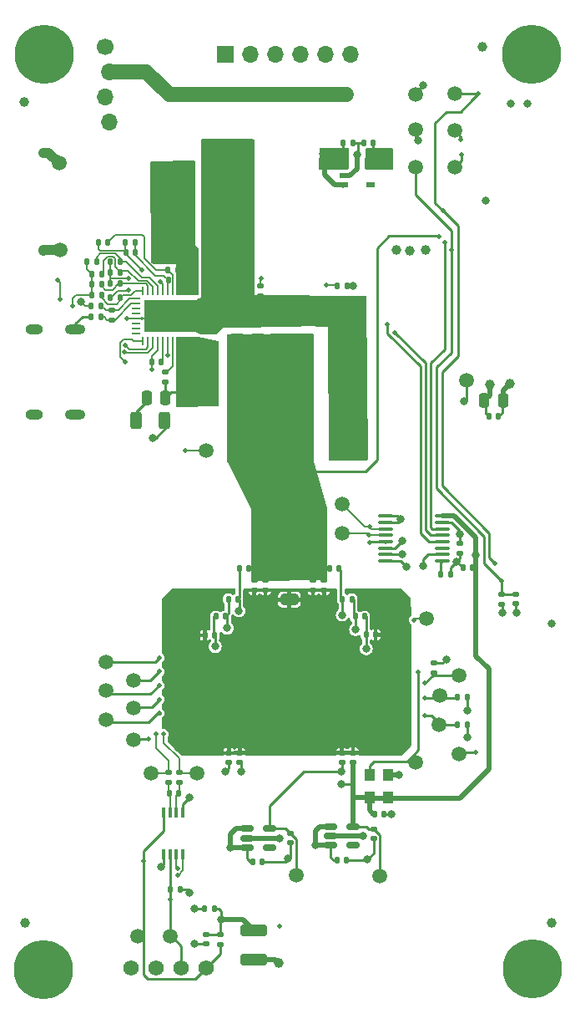
<source format=gbr>
%TF.GenerationSoftware,KiCad,Pcbnew,8.0.7*%
%TF.CreationDate,2025-01-16T15:43:03+03:00*%
%TF.ProjectId,bitshoka,62697473-686f-46b6-912e-6b696361645f,rev?*%
%TF.SameCoordinates,Original*%
%TF.FileFunction,Copper,L1,Top*%
%TF.FilePolarity,Positive*%
%FSLAX46Y46*%
G04 Gerber Fmt 4.6, Leading zero omitted, Abs format (unit mm)*
G04 Created by KiCad (PCBNEW 8.0.7) date 2025-01-16 15:43:03*
%MOMM*%
%LPD*%
G01*
G04 APERTURE LIST*
G04 Aperture macros list*
%AMRoundRect*
0 Rectangle with rounded corners*
0 $1 Rounding radius*
0 $2 $3 $4 $5 $6 $7 $8 $9 X,Y pos of 4 corners*
0 Add a 4 corners polygon primitive as box body*
4,1,4,$2,$3,$4,$5,$6,$7,$8,$9,$2,$3,0*
0 Add four circle primitives for the rounded corners*
1,1,$1+$1,$2,$3*
1,1,$1+$1,$4,$5*
1,1,$1+$1,$6,$7*
1,1,$1+$1,$8,$9*
0 Add four rect primitives between the rounded corners*
20,1,$1+$1,$2,$3,$4,$5,0*
20,1,$1+$1,$4,$5,$6,$7,0*
20,1,$1+$1,$6,$7,$8,$9,0*
20,1,$1+$1,$8,$9,$2,$3,0*%
G04 Aperture macros list end*
%TA.AperFunction,EtchedComponent*%
%ADD10C,0.000100*%
%TD*%
%TA.AperFunction,SMDPad,CuDef*%
%ADD11RoundRect,0.250000X-0.325000X-0.650000X0.325000X-0.650000X0.325000X0.650000X-0.325000X0.650000X0*%
%TD*%
%TA.AperFunction,SMDPad,CuDef*%
%ADD12RoundRect,0.250000X0.475000X-0.250000X0.475000X0.250000X-0.475000X0.250000X-0.475000X-0.250000X0*%
%TD*%
%TA.AperFunction,SMDPad,CuDef*%
%ADD13RoundRect,0.135000X0.135000X0.185000X-0.135000X0.185000X-0.135000X-0.185000X0.135000X-0.185000X0*%
%TD*%
%TA.AperFunction,SMDPad,CuDef*%
%ADD14RoundRect,0.250000X-1.100000X0.325000X-1.100000X-0.325000X1.100000X-0.325000X1.100000X0.325000X0*%
%TD*%
%TA.AperFunction,SMDPad,CuDef*%
%ADD15C,1.500000*%
%TD*%
%TA.AperFunction,SMDPad,CuDef*%
%ADD16RoundRect,0.140000X-0.140000X-0.170000X0.140000X-0.170000X0.140000X0.170000X-0.140000X0.170000X0*%
%TD*%
%TA.AperFunction,SMDPad,CuDef*%
%ADD17C,1.000000*%
%TD*%
%TA.AperFunction,SMDPad,CuDef*%
%ADD18R,0.250000X0.250000*%
%TD*%
%TA.AperFunction,SMDPad,CuDef*%
%ADD19RoundRect,0.140000X0.140000X0.170000X-0.140000X0.170000X-0.140000X-0.170000X0.140000X-0.170000X0*%
%TD*%
%TA.AperFunction,SMDPad,CuDef*%
%ADD20RoundRect,0.140000X0.170000X-0.140000X0.170000X0.140000X-0.170000X0.140000X-0.170000X-0.140000X0*%
%TD*%
%TA.AperFunction,SMDPad,CuDef*%
%ADD21RoundRect,0.140000X-0.170000X0.140000X-0.170000X-0.140000X0.170000X-0.140000X0.170000X0.140000X0*%
%TD*%
%TA.AperFunction,SMDPad,CuDef*%
%ADD22RoundRect,0.135000X-0.185000X0.135000X-0.185000X-0.135000X0.185000X-0.135000X0.185000X0.135000X0*%
%TD*%
%TA.AperFunction,SMDPad,CuDef*%
%ADD23RoundRect,0.250000X0.312500X0.625000X-0.312500X0.625000X-0.312500X-0.625000X0.312500X-0.625000X0*%
%TD*%
%TA.AperFunction,SMDPad,CuDef*%
%ADD24RoundRect,0.150000X-0.512500X-0.150000X0.512500X-0.150000X0.512500X0.150000X-0.512500X0.150000X0*%
%TD*%
%TA.AperFunction,SMDPad,CuDef*%
%ADD25RoundRect,0.135000X-0.135000X-0.185000X0.135000X-0.185000X0.135000X0.185000X-0.135000X0.185000X0*%
%TD*%
%TA.AperFunction,SMDPad,CuDef*%
%ADD26RoundRect,0.250000X-0.250000X-0.475000X0.250000X-0.475000X0.250000X0.475000X-0.250000X0.475000X0*%
%TD*%
%TA.AperFunction,SMDPad,CuDef*%
%ADD27RoundRect,0.250000X-0.325000X-1.100000X0.325000X-1.100000X0.325000X1.100000X-0.325000X1.100000X0*%
%TD*%
%TA.AperFunction,SMDPad,CuDef*%
%ADD28R,1.100000X1.300000*%
%TD*%
%TA.AperFunction,ComponentPad*%
%ADD29C,0.800000*%
%TD*%
%TA.AperFunction,ComponentPad*%
%ADD30C,6.000000*%
%TD*%
%TA.AperFunction,SMDPad,CuDef*%
%ADD31RoundRect,0.250000X-0.650000X0.325000X-0.650000X-0.325000X0.650000X-0.325000X0.650000X0.325000X0*%
%TD*%
%TA.AperFunction,SMDPad,CuDef*%
%ADD32RoundRect,0.135000X0.185000X-0.135000X0.185000X0.135000X-0.185000X0.135000X-0.185000X-0.135000X0*%
%TD*%
%TA.AperFunction,SMDPad,CuDef*%
%ADD33R,0.400000X1.100000*%
%TD*%
%TA.AperFunction,ComponentPad*%
%ADD34R,1.700000X1.700000*%
%TD*%
%TA.AperFunction,ComponentPad*%
%ADD35O,1.700000X1.700000*%
%TD*%
%TA.AperFunction,SMDPad,CuDef*%
%ADD36RoundRect,0.100000X-0.637500X-0.100000X0.637500X-0.100000X0.637500X0.100000X-0.637500X0.100000X0*%
%TD*%
%TA.AperFunction,SMDPad,CuDef*%
%ADD37R,4.000000X2.600000*%
%TD*%
%TA.AperFunction,SMDPad,CuDef*%
%ADD38RoundRect,0.062500X0.062500X-0.337500X0.062500X0.337500X-0.062500X0.337500X-0.062500X-0.337500X0*%
%TD*%
%TA.AperFunction,SMDPad,CuDef*%
%ADD39RoundRect,0.062500X0.337500X-0.062500X0.337500X0.062500X-0.337500X0.062500X-0.337500X-0.062500X0*%
%TD*%
%TA.AperFunction,ComponentPad*%
%ADD40C,0.400000*%
%TD*%
%TA.AperFunction,SMDPad,CuDef*%
%ADD41R,5.300000X3.300000*%
%TD*%
%TA.AperFunction,SMDPad,CuDef*%
%ADD42R,0.952500X0.558800*%
%TD*%
%TA.AperFunction,ComponentPad*%
%ADD43C,1.574800*%
%TD*%
%TA.AperFunction,ComponentPad*%
%ADD44C,1.700000*%
%TD*%
%TA.AperFunction,ComponentPad*%
%ADD45O,1.800000X1.000000*%
%TD*%
%TA.AperFunction,ComponentPad*%
%ADD46O,2.100000X1.000000*%
%TD*%
%TA.AperFunction,ViaPad*%
%ADD47C,0.800000*%
%TD*%
%TA.AperFunction,ViaPad*%
%ADD48C,1.000000*%
%TD*%
%TA.AperFunction,ViaPad*%
%ADD49C,0.500000*%
%TD*%
%TA.AperFunction,ViaPad*%
%ADD50C,1.200000*%
%TD*%
%TA.AperFunction,Conductor*%
%ADD51C,0.200000*%
%TD*%
%TA.AperFunction,Conductor*%
%ADD52C,0.508000*%
%TD*%
%TA.AperFunction,Conductor*%
%ADD53C,0.254000*%
%TD*%
%TA.AperFunction,Conductor*%
%ADD54C,1.000000*%
%TD*%
%TA.AperFunction,Conductor*%
%ADD55C,1.500000*%
%TD*%
G04 APERTURE END LIST*
%TO.C,T1*%
D10*
X90654500Y-77715000D02*
X90724500Y-77715000D01*
X90724500Y-77965000D01*
X90654500Y-77965000D01*
X90654500Y-77715000D01*
%TA.AperFunction,EtchedComponent*%
G36*
X90654500Y-77715000D02*
G01*
X90724500Y-77715000D01*
X90724500Y-77965000D01*
X90654500Y-77965000D01*
X90654500Y-77715000D01*
G37*
%TD.AperFunction*%
%TD*%
D11*
%TO.P,C20,1*%
%TO.N,/VDD*%
X107435000Y-81120000D03*
%TO.P,C20,2*%
%TO.N,GND*%
X110385000Y-81120000D03*
%TD*%
D12*
%TO.P,C15,1*%
%TO.N,/VDD*%
X100360000Y-79860000D03*
%TO.P,C15,2*%
%TO.N,GND*%
X100360000Y-77960000D03*
%TD*%
D13*
%TO.P,R21,1*%
%TO.N,GND*%
X122010000Y-103710000D03*
%TO.P,R21,2*%
%TO.N,Net-(U9-OE)*%
X120990000Y-103710000D03*
%TD*%
D14*
%TO.P,C51,1*%
%TO.N,/5V*%
X102045000Y-139815000D03*
%TO.P,C51,2*%
%TO.N,GND*%
X102045000Y-142765000D03*
%TD*%
D15*
%TO.P,TP19,1,1*%
%TO.N,/BM1370/1V2*%
X114860000Y-134280000D03*
%TD*%
D16*
%TO.P,C9,1*%
%TO.N,/5V*%
X96090000Y-72760000D03*
%TO.P,C9,2*%
%TO.N,GND*%
X97050000Y-72760000D03*
%TD*%
D17*
%TO.P,FID2,*%
%TO.N,*%
X125270000Y-50310000D03*
%TD*%
%TO.P,FID4,*%
%TO.N,*%
X132260000Y-139060000D03*
%TD*%
%TO.P,FID3,*%
%TO.N,*%
X78850000Y-139070000D03*
%TD*%
D18*
%TO.P,T1,1*%
%TO.N,/Power/AGND*%
X90535000Y-77840000D03*
%TO.P,T1,2*%
%TO.N,GND*%
X90845000Y-77840000D03*
%TD*%
D19*
%TO.P,C41,1*%
%TO.N,/VDD*%
X101570000Y-103154000D03*
%TO.P,C41,2*%
%TO.N,/BM1370/VDD1_1*%
X100610000Y-103154000D03*
%TD*%
D15*
%TO.P,TP21,1,1*%
%TO.N,Net-(U8-INV_CLKO)*%
X122860000Y-121970000D03*
%TD*%
%TO.P,TP18,1,1*%
%TO.N,Net-(U8-LITE_PAD)*%
X120820000Y-119010000D03*
%TD*%
D20*
%TO.P,C42,1*%
%TO.N,Net-(U8-VDDIO_12_1)*%
X100655438Y-122810000D03*
%TO.P,C42,2*%
%TO.N,GND*%
X100655438Y-121850000D03*
%TD*%
D15*
%TO.P,TP8,1,1*%
%TO.N,/3V3*%
X123610000Y-84120000D03*
%TD*%
D21*
%TO.P,C40,1*%
%TO.N,/VDD*%
X108072400Y-104360000D03*
%TO.P,C40,2*%
%TO.N,GND*%
X108072400Y-105320000D03*
%TD*%
D22*
%TO.P,R23,1,1*%
%TO.N,/Fan/TEMP_P*%
X94520000Y-123850000D03*
%TO.P,R23,2,2*%
%TO.N,/Fan/TEMP_DP*%
X94520000Y-124870000D03*
%TD*%
D19*
%TO.P,C46,1*%
%TO.N,/BM1370/VDD2_1*%
X99161000Y-108024000D03*
%TO.P,C46,2*%
%TO.N,/BM1370/VDD3_1*%
X98201000Y-108024000D03*
%TD*%
D21*
%TO.P,C39,1*%
%TO.N,/VDD*%
X102110000Y-104360000D03*
%TO.P,C39,2*%
%TO.N,GND*%
X102110000Y-105320000D03*
%TD*%
D23*
%TO.P,R12,1*%
%TO.N,GND*%
X93012500Y-88210000D03*
%TO.P,R12,2*%
%TO.N,Net-(C11-Pad1)*%
X90087500Y-88210000D03*
%TD*%
D21*
%TO.P,C13,1*%
%TO.N,Net-(U2-VOSNS)*%
X87630000Y-77010000D03*
%TO.P,C13,2*%
%TO.N,Net-(U2-GOSNS)*%
X87630000Y-77970000D03*
%TD*%
D12*
%TO.P,C14,1*%
%TO.N,/VDD*%
X104580000Y-79880000D03*
%TO.P,C14,2*%
%TO.N,GND*%
X104580000Y-77980000D03*
%TD*%
D24*
%TO.P,U6,1,VIN*%
%TO.N,/5V*%
X101392500Y-129520000D03*
%TO.P,U6,2,GND*%
%TO.N,GND*%
X101392500Y-130470000D03*
%TO.P,U6,3,EN*%
%TO.N,/5V*%
X101392500Y-131420000D03*
%TO.P,U6,4,PG*%
%TO.N,unconnected-(U6-PG-Pad4)*%
X103667500Y-131420000D03*
%TO.P,U6,5,VOUT*%
%TO.N,/BM1370/0V8*%
X103667500Y-129520000D03*
%TD*%
D25*
%TO.P,R1,1*%
%TO.N,Net-(U2-BP1V5)*%
X85590000Y-75500000D03*
%TO.P,R1,2*%
%TO.N,Net-(U2-MSEL1)*%
X86610000Y-75500000D03*
%TD*%
D15*
%TO.P,TP13,1,1*%
%TO.N,/BM1370/RST_N*%
X110990000Y-96640000D03*
%TD*%
%TO.P,TP37,1,1*%
%TO.N,/Fan/FAN_TACH*%
X93610000Y-140380000D03*
%TD*%
%TO.P,TP35,1,1*%
%TO.N,/Fan/TEMP_P*%
X96280000Y-123890000D03*
%TD*%
D13*
%TO.P,R8,1*%
%TO.N,Net-(U2-EN{slash}UVLO)*%
X90070000Y-70100000D03*
%TO.P,R8,2*%
%TO.N,/Power/AGND*%
X89050000Y-70100000D03*
%TD*%
%TO.P,R11,1*%
%TO.N,/5V*%
X94390000Y-72930000D03*
%TO.P,R11,2*%
%TO.N,Net-(U2-AVIN)*%
X93370000Y-72930000D03*
%TD*%
D11*
%TO.P,C18,1*%
%TO.N,/VDD*%
X107435000Y-87660000D03*
%TO.P,C18,2*%
%TO.N,GND*%
X110385000Y-87660000D03*
%TD*%
D15*
%TO.P,TP38,1,1*%
%TO.N,/Fan/FAN_PWM*%
X90300000Y-140410000D03*
%TD*%
%TO.P,TP33,1,1*%
%TO.N,/BM1370/BO*%
X87080000Y-118492000D03*
%TD*%
%TO.P,TP3,1,1*%
%TO.N,/VDD*%
X101980000Y-91230000D03*
%TD*%
D26*
%TO.P,C24,1*%
%TO.N,/3V3*%
X125440000Y-86180000D03*
%TO.P,C24,2*%
%TO.N,GND*%
X127340000Y-86180000D03*
%TD*%
D15*
%TO.P,TP9,1,1*%
%TO.N,/ESP32/IO0*%
X122440000Y-55090000D03*
%TD*%
D12*
%TO.P,C16,1*%
%TO.N,/VDD*%
X102480000Y-79860000D03*
%TO.P,C16,2*%
%TO.N,GND*%
X102480000Y-77960000D03*
%TD*%
D20*
%TO.P,C45,1*%
%TO.N,Net-(U8-VDDIO_08_1)*%
X99525438Y-122820000D03*
%TO.P,C45,2*%
%TO.N,GND*%
X99525438Y-121860000D03*
%TD*%
D21*
%TO.P,C10,1*%
%TO.N,Net-(U2-VDD5)*%
X102750000Y-74560000D03*
%TO.P,C10,2*%
%TO.N,GND*%
X102750000Y-75520000D03*
%TD*%
D25*
%TO.P,R2,1*%
%TO.N,Net-(U2-BP1V5)*%
X85110000Y-72100000D03*
%TO.P,R2,2*%
%TO.N,Net-(U2-MSEL2)*%
X86130000Y-72100000D03*
%TD*%
D20*
%TO.P,C35,1*%
%TO.N,/BM1370/1V2*%
X112140000Y-122790000D03*
%TO.P,C35,2*%
%TO.N,GND*%
X112140000Y-121830000D03*
%TD*%
D27*
%TO.P,C4,1*%
%TO.N,/5V*%
X95125000Y-66550000D03*
%TO.P,C4,2*%
%TO.N,GND*%
X98075000Y-66550000D03*
%TD*%
D16*
%TO.P,C6,1*%
%TO.N,/5V*%
X96090000Y-74000000D03*
%TO.P,C6,2*%
%TO.N,GND*%
X97050000Y-74000000D03*
%TD*%
%TO.P,C25,1*%
%TO.N,/3V3*%
X125910000Y-87790000D03*
%TO.P,C25,2*%
%TO.N,GND*%
X126870000Y-87790000D03*
%TD*%
D28*
%TO.P,U7,1,EN*%
%TO.N,/BM1370/1V2*%
X115680000Y-126370000D03*
%TO.P,U7,2,GND*%
%TO.N,GND*%
X115680000Y-124070000D03*
%TO.P,U7,3,OUT*%
%TO.N,/BM1370/CLKI*%
X113780000Y-124070000D03*
%TO.P,U7,4,VIN*%
%TO.N,/BM1370/1V2*%
X113780000Y-126370000D03*
%TD*%
D16*
%TO.P,C27,1*%
%TO.N,/5V*%
X101940000Y-132840000D03*
%TO.P,C27,2*%
%TO.N,GND*%
X102900000Y-132840000D03*
%TD*%
D29*
%TO.P,H1,1,1*%
%TO.N,GND*%
X127985010Y-51120990D03*
X128644020Y-49530000D03*
X128644020Y-52711980D03*
X130235010Y-48870990D03*
D30*
X130235010Y-51120990D03*
D29*
X130235010Y-53370990D03*
X131826000Y-49530000D03*
X131826000Y-52711980D03*
X132485010Y-51120990D03*
%TD*%
D15*
%TO.P,TP4,1,1*%
%TO.N,GND*%
X97220000Y-91210000D03*
%TD*%
D13*
%TO.P,R7,1*%
%TO.N,Net-(U2-ADRSEL)*%
X88520000Y-74320000D03*
%TO.P,R7,2*%
%TO.N,/Power/AGND*%
X87500000Y-74320000D03*
%TD*%
D15*
%TO.P,TP11,1,1*%
%TO.N,/3V3*%
X118480000Y-58690000D03*
%TD*%
D19*
%TO.P,C29,1*%
%TO.N,GND*%
X115270000Y-128010000D03*
%TO.P,C29,2*%
%TO.N,/BM1370/1V2*%
X114310000Y-128010000D03*
%TD*%
D17*
%TO.P,FID1,*%
%TO.N,*%
X78750000Y-55900000D03*
%TD*%
D21*
%TO.P,C12,1*%
%TO.N,Net-(U2-BOOT)*%
X93100000Y-83280000D03*
%TO.P,C12,2*%
%TO.N,/Power/SW*%
X93100000Y-84240000D03*
%TD*%
D15*
%TO.P,TP14,1,1*%
%TO.N,/BM1370/CI*%
X110990000Y-99610000D03*
%TD*%
D13*
%TO.P,R19,1*%
%TO.N,GND*%
X123720000Y-118980000D03*
%TO.P,R19,2*%
%TO.N,Net-(U8-LITE_PAD)*%
X122700000Y-118980000D03*
%TD*%
D15*
%TO.P,TP5,1,1*%
%TO.N,/ESP32/EN*%
X118460000Y-62540000D03*
%TD*%
%TO.P,TP36,1,1*%
%TO.N,/Fan/TEMP_N*%
X91650000Y-123880000D03*
%TD*%
D31*
%TO.P,C43,1*%
%TO.N,/VDD*%
X105670000Y-103375000D03*
%TO.P,C43,2*%
%TO.N,GND*%
X105670000Y-106325000D03*
%TD*%
D15*
%TO.P,TP15,1,1*%
%TO.N,/BM1370/RO*%
X119550000Y-108280000D03*
%TD*%
%TO.P,TP22,1,1*%
%TO.N,/BM1370/CLKI*%
X118520000Y-122760000D03*
%TD*%
D32*
%TO.P,R25,1*%
%TO.N,/Fan/FAN_PWM*%
X98640000Y-141260000D03*
%TO.P,R25,2*%
%TO.N,/5V*%
X98640000Y-140240000D03*
%TD*%
D21*
%TO.P,C22,1*%
%TO.N,/ESP32/EN*%
X128670000Y-105770000D03*
%TO.P,C22,2*%
%TO.N,GND*%
X128670000Y-106730000D03*
%TD*%
D33*
%TO.P,U10,1,VDD*%
%TO.N,/3V3*%
X94870000Y-127840000D03*
%TO.P,U10,2,DP*%
%TO.N,/Fan/TEMP_DP*%
X94220000Y-127840000D03*
%TO.P,U10,3,DN*%
%TO.N,/Fan/TEMP_DN*%
X93570000Y-127840000D03*
%TO.P,U10,4,FAN*%
%TO.N,/Fan/FAN_PWM*%
X92920000Y-127840000D03*
%TO.P,U10,5,GND*%
%TO.N,GND*%
X92920000Y-132140000D03*
%TO.P,U10,6,ALERT/TACH*%
%TO.N,/Fan/FAN_TACH*%
X93570000Y-132140000D03*
%TO.P,U10,7,SMDATA*%
%TO.N,/SDA*%
X94220000Y-132140000D03*
%TO.P,U10,8,SMCLK*%
%TO.N,/SCL*%
X94870000Y-132140000D03*
%TD*%
D19*
%TO.P,C8,1*%
%TO.N,Net-(U2-EN{slash}UVLO)*%
X90040000Y-71130000D03*
%TO.P,C8,2*%
%TO.N,/Power/AGND*%
X89080000Y-71130000D03*
%TD*%
D25*
%TO.P,R5,1*%
%TO.N,/Power/AGND*%
X87490000Y-75720000D03*
%TO.P,R5,2*%
%TO.N,Net-(U2-MSEL1)*%
X88510000Y-75720000D03*
%TD*%
D13*
%TO.P,R6,1*%
%TO.N,Net-(U2-MSEL2)*%
X88510000Y-72100000D03*
%TO.P,R6,2*%
%TO.N,/Power/AGND*%
X87490000Y-72100000D03*
%TD*%
D15*
%TO.P,TP29,1,1*%
%TO.N,/BM1370/NRSTO*%
X87080000Y-112616000D03*
%TD*%
D24*
%TO.P,U5,1,VIN*%
%TO.N,/5V*%
X109843500Y-129279000D03*
%TO.P,U5,2,GND*%
%TO.N,GND*%
X109843500Y-130229000D03*
%TO.P,U5,3,EN*%
%TO.N,/5V*%
X109843500Y-131179000D03*
%TO.P,U5,4,PG*%
%TO.N,unconnected-(U5-PG-Pad4)*%
X112118500Y-131179000D03*
%TO.P,U5,5,VOUT*%
%TO.N,/BM1370/1V2*%
X112118500Y-129279000D03*
%TD*%
D29*
%TO.P,H3,1,1*%
%TO.N,GND*%
X128052000Y-143728000D03*
X128711010Y-142137010D03*
X128711010Y-145318990D03*
X130302000Y-141478000D03*
D30*
X130302000Y-143728000D03*
D29*
X130302000Y-145978000D03*
X131892990Y-142137010D03*
X131892990Y-145318990D03*
X132552000Y-143728000D03*
%TD*%
D21*
%TO.P,C49,1*%
%TO.N,/3V3*%
X122930000Y-100640000D03*
%TO.P,C49,2*%
%TO.N,GND*%
X122930000Y-101600000D03*
%TD*%
D15*
%TO.P,TP2,1,1*%
%TO.N,GND*%
X82310000Y-62100000D03*
%TD*%
D13*
%TO.P,R9,1*%
%TO.N,/5V*%
X94400000Y-73990000D03*
%TO.P,R9,2*%
%TO.N,Net-(U2-EN{slash}UVLO)*%
X93380000Y-73990000D03*
%TD*%
D21*
%TO.P,C38,1*%
%TO.N,/VDD*%
X103240000Y-104360000D03*
%TO.P,C38,2*%
%TO.N,GND*%
X103240000Y-105320000D03*
%TD*%
D19*
%TO.P,C23,1*%
%TO.N,/3V3*%
X114200000Y-60030000D03*
%TO.P,C23,2*%
%TO.N,GND*%
X113240000Y-60030000D03*
%TD*%
D15*
%TO.P,TP6,1,1*%
%TO.N,/ESP32/P_TX*%
X122430000Y-62540000D03*
%TD*%
D11*
%TO.P,C19,1*%
%TO.N,/VDD*%
X107435000Y-84400000D03*
%TO.P,C19,2*%
%TO.N,GND*%
X110385000Y-84400000D03*
%TD*%
D25*
%TO.P,R4,1*%
%TO.N,Net-(U2-BP1V5)*%
X85590000Y-73360000D03*
%TO.P,R4,2*%
%TO.N,Net-(U2-VSEL)*%
X86610000Y-73360000D03*
%TD*%
D22*
%TO.P,R17,1*%
%TO.N,GND*%
X120380000Y-112750000D03*
%TO.P,R17,2*%
%TO.N,/BM1370/BI*%
X120380000Y-113770000D03*
%TD*%
D16*
%TO.P,C7,1*%
%TO.N,/5V*%
X96110000Y-71540000D03*
%TO.P,C7,2*%
%TO.N,GND*%
X97070000Y-71540000D03*
%TD*%
D34*
%TO.P,J4,1,Pin_1*%
%TO.N,/5V*%
X99171505Y-51054000D03*
D35*
%TO.P,J4,2,Pin_2*%
%TO.N,GND*%
X101711505Y-51054000D03*
%TO.P,J4,3,Pin_3*%
%TO.N,Net-(J4-Pin_3)*%
X104251505Y-51054000D03*
%TO.P,J4,4,Pin_4*%
%TO.N,Net-(J4-Pin_4)*%
X106791505Y-51054000D03*
%TO.P,J4,5,Pin_5*%
%TO.N,Net-(J4-Pin_5)*%
X109331505Y-51054000D03*
%TO.P,J4,6,Pin_6*%
%TO.N,Net-(J4-Pin_6)*%
X111871505Y-51054000D03*
%TD*%
D15*
%TO.P,TP16,1,1*%
%TO.N,/BM1370/BI*%
X122860000Y-113980000D03*
%TD*%
%TO.P,TP34,1,1*%
%TO.N,/BM1370/PIN_MODE*%
X89860000Y-120480000D03*
%TD*%
D29*
%TO.P,H4,1,1*%
%TO.N,GND*%
X78455010Y-143830990D03*
X79114020Y-142240000D03*
X79114020Y-145421980D03*
X80705010Y-141580990D03*
D30*
X80705010Y-143830990D03*
D29*
X80705010Y-146080990D03*
X82296000Y-142240000D03*
X82296000Y-145421980D03*
X82955010Y-143830990D03*
%TD*%
D15*
%TO.P,TP1,1,1*%
%TO.N,/5V*%
X82390000Y-70940000D03*
%TD*%
D13*
%TO.P,R13,1*%
%TO.N,Net-(U2-GOSNS)*%
X86600000Y-77640000D03*
%TO.P,R13,2*%
%TO.N,GND*%
X85580000Y-77640000D03*
%TD*%
D21*
%TO.P,C53,1*%
%TO.N,/5V*%
X97200000Y-140250000D03*
%TO.P,C53,2*%
%TO.N,GND*%
X97200000Y-141210000D03*
%TD*%
D19*
%TO.P,C48,1*%
%TO.N,/BM1370/VDD3_1*%
X98090000Y-109925000D03*
%TO.P,C48,2*%
%TO.N,GND*%
X97130000Y-109925000D03*
%TD*%
%TO.P,C28,1*%
%TO.N,GND*%
X114410000Y-109860000D03*
%TO.P,C28,2*%
%TO.N,/BM1370/VDD3_0*%
X113450000Y-109860000D03*
%TD*%
D36*
%TO.P,U9,1,DIR1*%
%TO.N,GND*%
X115427500Y-97855000D03*
%TO.P,U9,2,DIR2*%
X115427500Y-98505000D03*
%TO.P,U9,3,A1*%
%TO.N,/BM1370/RST_N*%
X115427500Y-99155000D03*
%TO.P,U9,4,A2*%
%TO.N,/BM1370/CI*%
X115427500Y-99805000D03*
%TO.P,U9,5,A3*%
%TO.N,/BM1370/RO*%
X115427500Y-100455000D03*
%TO.P,U9,6,A4*%
%TO.N,GND*%
X115427500Y-101105000D03*
%TO.P,U9,7,DIR3*%
%TO.N,/BM1370/1V2*%
X115427500Y-101755000D03*
%TO.P,U9,8,DIR4*%
%TO.N,GND*%
X115427500Y-102405000D03*
%TO.P,U9,9,OE*%
%TO.N,Net-(U9-OE)*%
X121152500Y-102405000D03*
%TO.P,U9,10,GND*%
%TO.N,GND*%
X121152500Y-101755000D03*
%TO.P,U9,11,B4*%
%TO.N,unconnected-(U9-B4-Pad11)*%
X121152500Y-101105000D03*
%TO.P,U9,12,B3*%
%TO.N,/RX*%
X121152500Y-100455000D03*
%TO.P,U9,13,B2*%
%TO.N,/TX*%
X121152500Y-99805000D03*
%TO.P,U9,14,B1*%
%TO.N,/RST*%
X121152500Y-99155000D03*
%TO.P,U9,15,VCCB*%
%TO.N,/3V3*%
X121152500Y-98505000D03*
%TO.P,U9,16,VCCA*%
%TO.N,/BM1370/1V2*%
X121152500Y-97855000D03*
%TD*%
D25*
%TO.P,R24,1*%
%TO.N,/Fan/FAN_TACH*%
X93560000Y-135710000D03*
%TO.P,R24,2*%
%TO.N,/3V3*%
X94580000Y-135710000D03*
%TD*%
D16*
%TO.P,C5,1*%
%TO.N,/Power/AGND*%
X86310000Y-70110000D03*
%TO.P,C5,2*%
%TO.N,Net-(U2-AVIN)*%
X87270000Y-70110000D03*
%TD*%
D19*
%TO.P,C34,1*%
%TO.N,/BM1370/VDD2_0*%
X112010000Y-106266000D03*
%TO.P,C34,2*%
%TO.N,/BM1370/VDD1_0*%
X111050000Y-106266000D03*
%TD*%
D32*
%TO.P,R22,1,1*%
%TO.N,/Fan/TEMP_DN*%
X93380000Y-124870000D03*
%TO.P,R22,2,2*%
%TO.N,/Fan/TEMP_N*%
X93380000Y-123850000D03*
%TD*%
D37*
%TO.P,L1,1,1*%
%TO.N,/Power/SW*%
X96295000Y-85255000D03*
%TO.P,L1,2,2*%
%TO.N,/VDD*%
X104245000Y-85255000D03*
%TD*%
D11*
%TO.P,C17,1*%
%TO.N,/VDD*%
X107415000Y-90910000D03*
%TO.P,C17,2*%
%TO.N,GND*%
X110365000Y-90910000D03*
%TD*%
D16*
%TO.P,C26,1*%
%TO.N,/5V*%
X110481000Y-132739000D03*
%TO.P,C26,2*%
%TO.N,GND*%
X111441000Y-132739000D03*
%TD*%
D19*
%TO.P,C47,1*%
%TO.N,/BM1370/1V2*%
X124270000Y-103110000D03*
%TO.P,C47,2*%
%TO.N,GND*%
X123310000Y-103110000D03*
%TD*%
D20*
%TO.P,C33,1*%
%TO.N,/BM1370/0V8*%
X111000000Y-122790000D03*
%TO.P,C33,2*%
%TO.N,GND*%
X111000000Y-121830000D03*
%TD*%
D29*
%TO.P,H2,1,1*%
%TO.N,GND*%
X78558000Y-51054000D03*
X79217010Y-49463010D03*
X79217010Y-52644990D03*
X80808000Y-48804000D03*
D30*
X80808000Y-51054000D03*
D29*
X80808000Y-53304000D03*
X82398990Y-49463010D03*
X82398990Y-52644990D03*
X83058000Y-51054000D03*
%TD*%
D21*
%TO.P,C37,1*%
%TO.N,/VDD*%
X109190000Y-104360000D03*
%TO.P,C37,2*%
%TO.N,GND*%
X109190000Y-105320000D03*
%TD*%
D19*
%TO.P,C1,1*%
%TO.N,Net-(U2-DRTN)*%
X92650000Y-82220000D03*
%TO.P,C1,2*%
%TO.N,Net-(U2-BP1V5)*%
X91690000Y-82220000D03*
%TD*%
D13*
%TO.P,R18,1*%
%TO.N,GND*%
X123720000Y-116220000D03*
%TO.P,R18,2*%
%TO.N,Net-(U8-ROSC_SEL)*%
X122700000Y-116220000D03*
%TD*%
D19*
%TO.P,C36,1*%
%TO.N,/BM1370/VDD1_0*%
X110695000Y-103146000D03*
%TO.P,C36,2*%
%TO.N,/VDD*%
X109735000Y-103146000D03*
%TD*%
D15*
%TO.P,TP20,1,1*%
%TO.N,/BM1370/0V8*%
X106360000Y-134230000D03*
%TD*%
%TO.P,TP17,1,1*%
%TO.N,Net-(U8-ROSC_SEL)*%
X120900000Y-116060000D03*
%TD*%
%TO.P,TP30,1,1*%
%TO.N,/BM1370/CO*%
X89890000Y-114520000D03*
%TD*%
D25*
%TO.P,R15,1*%
%TO.N,/Power/PGOOD*%
X110480000Y-74510000D03*
%TO.P,R15,2*%
%TO.N,/3V3*%
X111500000Y-74510000D03*
%TD*%
D38*
%TO.P,U2,1,PGD*%
%TO.N,/Power/PGOOD*%
X90830000Y-80090000D03*
%TO.P,U2,2,PMB_DATA*%
%TO.N,/SDA*%
X91330000Y-80090000D03*
%TO.P,U2,3,PMB_CLK*%
%TO.N,/SCL*%
X91830000Y-80090000D03*
%TO.P,U2,4,BP1V5*%
%TO.N,Net-(U2-BP1V5)*%
X92330000Y-80090000D03*
%TO.P,U2,5,DRTN*%
%TO.N,Net-(U2-DRTN)*%
X92830000Y-80090000D03*
%TO.P,U2,6,SMB_ALRT*%
%TO.N,/Power/PMB_ALRT*%
X93330000Y-80090000D03*
%TO.P,U2,7,BOOT*%
%TO.N,Net-(U2-BOOT)*%
X93830000Y-80090000D03*
%TO.P,U2,8,SW*%
%TO.N,/Power/SW*%
X94330000Y-80090000D03*
%TO.P,U2,9,SW*%
X94830000Y-80090000D03*
%TO.P,U2,10,SW*%
X95330000Y-80090000D03*
%TO.P,U2,11,SW*%
X95830000Y-80090000D03*
%TO.P,U2,12,SW*%
X96330000Y-80090000D03*
D39*
%TO.P,U2,13,PGND*%
%TO.N,GND*%
X97080000Y-79340000D03*
%TO.P,U2,14,PGND*%
X97080000Y-78840000D03*
%TO.P,U2,15,PGND*%
X97080000Y-78340000D03*
%TO.P,U2,16,PGND*%
X97080000Y-77840000D03*
%TO.P,U2,17,PGND*%
X97080000Y-77340000D03*
%TO.P,U2,18,PGND*%
X97080000Y-76840000D03*
%TO.P,U2,19,PGND*%
X97080000Y-76340000D03*
%TO.P,U2,20,PGND*%
X97080000Y-75840000D03*
D38*
%TO.P,U2,21,PVIN*%
%TO.N,/5V*%
X96330000Y-75090000D03*
%TO.P,U2,22,PVIN*%
X95830000Y-75090000D03*
%TO.P,U2,23,PVIN*%
X95330000Y-75090000D03*
%TO.P,U2,24,PVIN*%
X94830000Y-75090000D03*
%TO.P,U2,25,PVIN*%
X94330000Y-75090000D03*
%TO.P,U2,26,AVIN*%
%TO.N,Net-(U2-AVIN)*%
X93830000Y-75090000D03*
%TO.P,U2,27,EN/UVLO*%
%TO.N,Net-(U2-EN{slash}UVLO)*%
X93330000Y-75090000D03*
%TO.P,U2,28,VDD5*%
%TO.N,Net-(U2-VDD5)*%
X92830000Y-75090000D03*
%TO.P,U2,29,MSEL2*%
%TO.N,Net-(U2-MSEL2)*%
X92330000Y-75090000D03*
%TO.P,U2,30,VSEL*%
%TO.N,Net-(U2-VSEL)*%
X91830000Y-75090000D03*
%TO.P,U2,31,ADRSEL*%
%TO.N,Net-(U2-ADRSEL)*%
X91330000Y-75090000D03*
%TO.P,U2,32,MSEL1*%
%TO.N,Net-(U2-MSEL1)*%
X90830000Y-75090000D03*
D39*
%TO.P,U2,33,VOSNS*%
%TO.N,Net-(U2-VOSNS)*%
X90080000Y-75840000D03*
%TO.P,U2,34,GOSNS*%
%TO.N,Net-(U2-GOSNS)*%
X90080000Y-76340000D03*
%TO.P,U2,35,VSHARE*%
%TO.N,unconnected-(U2-VSHARE-Pad35)*%
X90080000Y-76840000D03*
%TO.P,U2,36,NC*%
%TO.N,unconnected-(U2-NC-Pad36)*%
X90080000Y-77340000D03*
%TO.P,U2,37,AGND*%
%TO.N,/Power/AGND*%
X90080000Y-77840000D03*
%TO.P,U2,38,SYNC*%
%TO.N,unconnected-(U2-SYNC-Pad38)*%
X90080000Y-78340000D03*
%TO.P,U2,39,BCX_CLK*%
%TO.N,unconnected-(U2-BCX_CLK-Pad39)*%
X90080000Y-78840000D03*
%TO.P,U2,40,BCX_DAT*%
%TO.N,unconnected-(U2-BCX_DAT-Pad40)*%
X90080000Y-79340000D03*
D40*
%TO.P,U2,41,PAD*%
%TO.N,GND*%
X92180000Y-78870000D03*
X93580000Y-78870000D03*
X94980000Y-78870000D03*
X91180000Y-77590000D03*
X92180000Y-77590000D03*
X93580000Y-77590000D03*
D41*
X93580000Y-77590000D03*
D40*
X94980000Y-77590000D03*
X95980000Y-77590000D03*
X92180000Y-76310000D03*
X93580000Y-76310000D03*
X94980000Y-76310000D03*
%TD*%
D27*
%TO.P,C3,1*%
%TO.N,/5V*%
X95125000Y-63300000D03*
%TO.P,C3,2*%
%TO.N,GND*%
X98075000Y-63300000D03*
%TD*%
D25*
%TO.P,R3,1*%
%TO.N,Net-(U2-BP1V5)*%
X85590000Y-74330000D03*
%TO.P,R3,2*%
%TO.N,Net-(U2-ADRSEL)*%
X86610000Y-74330000D03*
%TD*%
D19*
%TO.P,C50,1*%
%TO.N,/Fan/TEMP_DP*%
X94440000Y-125940000D03*
%TO.P,C50,2*%
%TO.N,/Fan/TEMP_DN*%
X93480000Y-125940000D03*
%TD*%
D13*
%TO.P,R10,1*%
%TO.N,Net-(U2-VSEL)*%
X88520000Y-73170000D03*
%TO.P,R10,2*%
%TO.N,/Power/AGND*%
X87500000Y-73170000D03*
%TD*%
D19*
%TO.P,C32,1*%
%TO.N,/BM1370/VDD3_0*%
X113310000Y-108026000D03*
%TO.P,C32,2*%
%TO.N,/BM1370/VDD2_0*%
X112350000Y-108026000D03*
%TD*%
D32*
%TO.P,R16,1*%
%TO.N,/3V3*%
X127240000Y-106770000D03*
%TO.P,R16,2*%
%TO.N,/ESP32/EN*%
X127240000Y-105750000D03*
%TD*%
D19*
%TO.P,C52,1*%
%TO.N,/5V*%
X98040000Y-137640000D03*
%TO.P,C52,2*%
%TO.N,GND*%
X97080000Y-137640000D03*
%TD*%
D26*
%TO.P,C11,1*%
%TO.N,Net-(C11-Pad1)*%
X91190000Y-85860000D03*
%TO.P,C11,2*%
%TO.N,/Power/SW*%
X93090000Y-85860000D03*
%TD*%
D16*
%TO.P,C21,1*%
%TO.N,/5V*%
X111140000Y-60030000D03*
%TO.P,C21,2*%
%TO.N,GND*%
X112100000Y-60030000D03*
%TD*%
D15*
%TO.P,TP31,1,1*%
%TO.N,/BM1370/RI*%
X87080000Y-115554000D03*
%TD*%
%TO.P,TP7,1,1*%
%TO.N,/ESP32/P_RX*%
X122420000Y-58830000D03*
%TD*%
%TO.P,TP32,1,1*%
%TO.N,/BM1370/CLKO*%
X89890000Y-117310000D03*
%TD*%
D25*
%TO.P,R14,1*%
%TO.N,/VDD*%
X85580000Y-76570000D03*
%TO.P,R14,2*%
%TO.N,Net-(U2-VOSNS)*%
X86600000Y-76570000D03*
%TD*%
D21*
%TO.P,C30,1*%
%TO.N,/BM1370/1V2*%
X114240000Y-129540000D03*
%TO.P,C30,2*%
%TO.N,GND*%
X114240000Y-130500000D03*
%TD*%
D26*
%TO.P,C2,1*%
%TO.N,/5V*%
X95650000Y-69350000D03*
%TO.P,C2,2*%
%TO.N,GND*%
X97550000Y-69350000D03*
%TD*%
D19*
%TO.P,C44,1*%
%TO.N,/BM1370/VDD1_1*%
X100441000Y-106284000D03*
%TO.P,C44,2*%
%TO.N,/BM1370/VDD2_1*%
X99481000Y-106284000D03*
%TD*%
D42*
%TO.P,U3,1,VIN*%
%TO.N,/5V*%
X111185050Y-62440200D03*
%TO.P,U3,2,GND*%
%TO.N,GND*%
X111185050Y-63380000D03*
%TO.P,U3,3,EN*%
%TO.N,/5V*%
X111185050Y-64319800D03*
%TO.P,U3,4,NC*%
%TO.N,unconnected-(U3-NC-Pad4)*%
X113940950Y-64319800D03*
%TO.P,U3,5,VOUT*%
%TO.N,/3V3*%
X113940950Y-62440200D03*
%TD*%
D15*
%TO.P,TP10,1,1*%
%TO.N,GND*%
X118480000Y-55140000D03*
%TD*%
D21*
%TO.P,C31,1*%
%TO.N,/BM1370/0V8*%
X105750000Y-129990000D03*
%TO.P,C31,2*%
%TO.N,GND*%
X105750000Y-130950000D03*
%TD*%
D43*
%TO.P,J6,1,Pin_1*%
%TO.N,GND*%
X89621000Y-143622000D03*
%TO.P,J6,2,Pin_2*%
%TO.N,/5V*%
X92161000Y-143622000D03*
%TO.P,J6,3,Pin_3*%
%TO.N,/Fan/FAN_TACH*%
X94701000Y-143622000D03*
%TO.P,J6,4,Pin_4*%
%TO.N,/Fan/FAN_PWM*%
X97241000Y-143622000D03*
%TD*%
D44*
%TO.P,J3,1,Pin_1*%
%TO.N,GND*%
X87005000Y-50292000D03*
D35*
%TO.P,J3,2,Pin_2*%
%TO.N,/3V3*%
X87405000Y-52832000D03*
%TO.P,J3,3,Pin_3*%
%TO.N,/SCL*%
X87005000Y-55372000D03*
%TO.P,J3,4,Pin_4*%
%TO.N,/SDA*%
X87405000Y-57912000D03*
%TD*%
D45*
%TO.P,J5,S1,SHIELD*%
%TO.N,GND*%
X79790000Y-87580000D03*
D46*
X83970000Y-87580000D03*
D45*
X79790000Y-78940000D03*
D46*
X83970000Y-78940000D03*
%TD*%
D47*
%TO.N,GND*%
X105610000Y-116830000D03*
X112180000Y-119260000D03*
X113580000Y-132650000D03*
X98050000Y-114260000D03*
X104490000Y-118700000D03*
X100050000Y-61700000D03*
X112180000Y-120800000D03*
X101350000Y-62800000D03*
X106740000Y-119930000D03*
X97450000Y-60200000D03*
X111900000Y-87400000D03*
X106740000Y-118720000D03*
X104640000Y-130470000D03*
X105540000Y-132550000D03*
X100050000Y-65750000D03*
D48*
X116540000Y-70920000D03*
D47*
X125600000Y-65940000D03*
X116770000Y-124080000D03*
X106740000Y-117780000D03*
D49*
X95080000Y-91220000D03*
D47*
X104490000Y-117760000D03*
X105630000Y-118700000D03*
X115260000Y-109040000D03*
X123750000Y-117530000D03*
X111900000Y-89050000D03*
X101400000Y-60700000D03*
X100050000Y-63800000D03*
X100100000Y-60700000D03*
X106740000Y-116860000D03*
X98450000Y-78230000D03*
X96070000Y-137650000D03*
X116050000Y-128010000D03*
X104490000Y-119910000D03*
X119270000Y-54220000D03*
X128130000Y-56090000D03*
X112980000Y-114270000D03*
D48*
X80680000Y-61050000D03*
X104600000Y-143100000D03*
D47*
X99550000Y-67970000D03*
X101350000Y-63800000D03*
X91790000Y-89910000D03*
X112000000Y-86150000D03*
X117090000Y-100360000D03*
X121580000Y-112400000D03*
X101350000Y-61700000D03*
X111860000Y-83000000D03*
X111850000Y-85100000D03*
X98750000Y-61100000D03*
X122640000Y-102460000D03*
X96070000Y-141200000D03*
X113180000Y-130220000D03*
D48*
X117910000Y-70950000D03*
D47*
X119280000Y-102930000D03*
X99370000Y-119240000D03*
X111900000Y-90200000D03*
X97450000Y-61100000D03*
X123710000Y-120230000D03*
X111900000Y-91400000D03*
X100050000Y-64750000D03*
X96600000Y-108920000D03*
X104490000Y-115746000D03*
X100490000Y-76620000D03*
X100050000Y-62800000D03*
X98460000Y-76630000D03*
X99490000Y-70390000D03*
X98440000Y-121490000D03*
X92680000Y-133370000D03*
X128690000Y-107620000D03*
X112512000Y-61250000D03*
X104490000Y-116840000D03*
X104560000Y-76600000D03*
D48*
X119454234Y-70914234D03*
X128020000Y-84450000D03*
D47*
X101350000Y-64750000D03*
X106740000Y-115766000D03*
X116990000Y-98200000D03*
X98750000Y-60200000D03*
X102570000Y-76600000D03*
X101350000Y-65750000D03*
X132297000Y-108743000D03*
X117550000Y-103000000D03*
X98460000Y-74920000D03*
%TO.N,/VDD*%
X102500000Y-101300000D03*
X103750000Y-100100000D03*
D49*
X120850000Y-69510000D03*
D47*
X105000000Y-99000000D03*
X106250000Y-99000000D03*
X102500000Y-97900000D03*
X107500000Y-101300000D03*
X84500000Y-76160000D03*
X107500000Y-97900000D03*
X108750000Y-97880000D03*
X102500000Y-99000000D03*
X106250000Y-100100000D03*
X103750000Y-99000000D03*
X108750000Y-101280000D03*
X107500000Y-99000000D03*
X108750000Y-102380000D03*
X103750000Y-101300000D03*
X103750000Y-97900000D03*
X102500000Y-100100000D03*
X106250000Y-97900000D03*
D49*
X99780000Y-81020000D03*
D47*
X107500000Y-100100000D03*
X106250000Y-101300000D03*
X108750000Y-98980000D03*
X105000000Y-97900000D03*
X105000000Y-101300000D03*
X108750000Y-100080000D03*
X102500000Y-102400000D03*
X107500000Y-102400000D03*
X103750000Y-102400000D03*
X105000000Y-100100000D03*
D49*
%TO.N,/ESP32/EN*%
X122101300Y-70905000D03*
X127228000Y-104448000D03*
D47*
%TO.N,/5V*%
X93620000Y-68280000D03*
X92350000Y-66250000D03*
X93600000Y-69250000D03*
X93600000Y-71200000D03*
X92350000Y-68300000D03*
D50*
X109280000Y-61185155D03*
D47*
X108290000Y-131179000D03*
X93600000Y-67250000D03*
X92350000Y-70250000D03*
X99710000Y-131420000D03*
D48*
X80680000Y-70950000D03*
D47*
X93620000Y-70230000D03*
X92330000Y-71220000D03*
X92330000Y-69270000D03*
X98770000Y-138720000D03*
X93620000Y-66230000D03*
X92330000Y-67270000D03*
D49*
X104700000Y-139400000D03*
D47*
%TO.N,/3V3*%
X129830000Y-56090000D03*
D48*
X126000000Y-84500000D03*
D47*
X123394000Y-86260000D03*
X112160000Y-74520000D03*
X95550000Y-135970000D03*
D50*
X111440000Y-55180000D03*
D47*
X122930000Y-99700000D03*
X118711400Y-59800000D03*
X127250000Y-107630000D03*
D48*
X115370000Y-61560000D03*
D47*
X95560000Y-126330000D03*
D49*
%TO.N,/TX*%
X116380000Y-79250000D03*
%TO.N,/RX*%
X115580000Y-78420000D03*
%TO.N,/RST*%
X121476817Y-70170000D03*
%TO.N,/SCL*%
X94317599Y-134229617D03*
X88970000Y-81220000D03*
%TO.N,/Fan/FAN_PWM*%
X90900000Y-132800000D03*
%TO.N,Net-(U2-BP1V5)*%
X91690000Y-82980000D03*
X83660000Y-76570000D03*
%TO.N,/ESP32/P_TX*%
X123105000Y-61285000D03*
%TO.N,/ESP32/P_RX*%
X123040000Y-59730000D03*
%TO.N,/ESP32/IO0*%
X121244400Y-66945600D03*
X124830000Y-55100000D03*
X126520000Y-102640000D03*
%TO.N,Net-(U2-VDD5)*%
X92570000Y-74110000D03*
X102820000Y-73740000D03*
%TO.N,/Power/PGOOD*%
X89020000Y-82280000D03*
X109410000Y-74490000D03*
%TO.N,/SDA*%
X82130000Y-73910000D03*
X94340000Y-133580000D03*
X88990000Y-80510000D03*
X82390000Y-75900000D03*
D47*
%TO.N,Net-(U8-VDDIO_12_1)*%
X100770000Y-123700000D03*
%TO.N,Net-(U8-VDDIO_08_1)*%
X99180000Y-123710000D03*
D49*
%TO.N,Net-(U8-ROSC_SEL)*%
X119430000Y-116250000D03*
%TO.N,Net-(U8-LITE_PAD)*%
X119420000Y-118020000D03*
%TO.N,Net-(U8-INV_CLKO)*%
X124540000Y-121820000D03*
%TO.N,/Fan/TEMP_N*%
X92180000Y-119960000D03*
%TO.N,/Fan/TEMP_P*%
X92940000Y-119930000D03*
%TO.N,/Power/AGND*%
X89340000Y-73770000D03*
X89170000Y-77830000D03*
X90680000Y-72940000D03*
X89340000Y-74960000D03*
%TO.N,/Power/PMB_ALRT*%
X93330000Y-81550000D03*
D47*
%TO.N,/BM1370/VDD3_0*%
X113470000Y-111290000D03*
%TO.N,/BM1370/1V2*%
X110950000Y-124990000D03*
X124600000Y-101830000D03*
X117120000Y-101750000D03*
%TO.N,/BM1370/0V8*%
X110970000Y-123700000D03*
%TO.N,/BM1370/VDD2_0*%
X112390000Y-109350000D03*
%TO.N,/BM1370/VDD1_0*%
X111030000Y-107870000D03*
%TO.N,/BM1370/VDD1_1*%
X100553800Y-107457400D03*
%TO.N,/BM1370/VDD2_1*%
X99360000Y-109210000D03*
%TO.N,/BM1370/VDD3_1*%
X98140000Y-111060000D03*
D49*
%TO.N,/BM1370/BI*%
X119420000Y-114790000D03*
%TO.N,/BM1370/RST_N*%
X113800000Y-98950000D03*
%TO.N,/BM1370/CI*%
X113770000Y-99770000D03*
%TO.N,/BM1370/RO*%
X113830000Y-100500000D03*
X118320000Y-108370000D03*
%TO.N,/BM1370/CLKI*%
X118740000Y-113660000D03*
%TO.N,/BM1370/NRSTO*%
X92480000Y-112210000D03*
%TO.N,/BM1370/CO*%
X92480000Y-113611428D03*
%TO.N,/BM1370/RI*%
X92480000Y-115012856D03*
%TO.N,/BM1370/CLKO*%
X92480000Y-116414284D03*
%TO.N,/BM1370/BO*%
X92480000Y-117815712D03*
%TO.N,/BM1370/PIN_MODE*%
X91400000Y-120430000D03*
%TO.N,/Fan/FAN_TACH*%
X93570000Y-136700000D03*
%TD*%
D51*
%TO.N,GND*%
X112640000Y-61122000D02*
X112512000Y-61250000D01*
D52*
X111185050Y-63380000D02*
X111189050Y-63376000D01*
X104265000Y-142765000D02*
X102045000Y-142765000D01*
X127340000Y-85130000D02*
X127340000Y-86180000D01*
D53*
X85580000Y-77640000D02*
X84680000Y-77640000D01*
X119280000Y-102250000D02*
X119280000Y-102930000D01*
X97200000Y-141210000D02*
X96080000Y-141210000D01*
X118480000Y-55010000D02*
X119270000Y-54220000D01*
X123310000Y-103110000D02*
X123290000Y-103110000D01*
D52*
X111189050Y-63376000D02*
X111824000Y-63376000D01*
D53*
X123720000Y-116220000D02*
X123720000Y-117500000D01*
D54*
X80680000Y-61050000D02*
X81260000Y-61050000D01*
D52*
X115690000Y-124080000D02*
X115680000Y-124070000D01*
D53*
X121230000Y-112750000D02*
X121580000Y-112400000D01*
X119775000Y-101755000D02*
X119280000Y-102250000D01*
D52*
X101392500Y-130470000D02*
X104640000Y-130470000D01*
X83850000Y-87700000D02*
X83970000Y-87580000D01*
D51*
X95090000Y-91210000D02*
X95080000Y-91220000D01*
D53*
X116050000Y-128010000D02*
X115440000Y-128010000D01*
X120380000Y-112750000D02*
X121230000Y-112750000D01*
X116685000Y-98505000D02*
X116990000Y-98200000D01*
X83970000Y-78350000D02*
X83970000Y-78940000D01*
X121152500Y-101755000D02*
X119775000Y-101755000D01*
X123720000Y-120220000D02*
X123710000Y-120230000D01*
X84680000Y-77640000D02*
X83970000Y-78350000D01*
X122010000Y-103710000D02*
X122010000Y-103090000D01*
X118480000Y-55140000D02*
X118480000Y-55010000D01*
X112650000Y-60030000D02*
X112650000Y-61112000D01*
X126870000Y-87790000D02*
X127260000Y-87400000D01*
X112100000Y-60030000D02*
X112650000Y-60030000D01*
X123290000Y-103110000D02*
X122640000Y-102460000D01*
X115427500Y-98505000D02*
X116685000Y-98505000D01*
X111441000Y-132739000D02*
X113491000Y-132739000D01*
D52*
X128020000Y-84450000D02*
X127340000Y-85130000D01*
D51*
X97220000Y-91210000D02*
X95090000Y-91210000D01*
D53*
X102900000Y-132840000D02*
X105250000Y-132840000D01*
D52*
X109852500Y-130220000D02*
X109843500Y-130229000D01*
D53*
X128670000Y-106730000D02*
X128670000Y-107600000D01*
X96080000Y-141210000D02*
X96070000Y-141200000D01*
X115427500Y-97855000D02*
X116645000Y-97855000D01*
X115427500Y-101105000D02*
X116345000Y-101105000D01*
X92920000Y-133130000D02*
X92680000Y-133370000D01*
X114240000Y-131990000D02*
X113580000Y-132650000D01*
X123720000Y-118980000D02*
X123720000Y-120220000D01*
X112650000Y-61112000D02*
X112512000Y-61250000D01*
X105250000Y-132840000D02*
X105540000Y-132550000D01*
X115427500Y-102405000D02*
X116955000Y-102405000D01*
X114240000Y-130500000D02*
X114240000Y-131990000D01*
X113491000Y-132739000D02*
X113580000Y-132650000D01*
X91790000Y-89910000D02*
X92112500Y-89910000D01*
X115422500Y-101110000D02*
X115427500Y-101105000D01*
X122930000Y-101600000D02*
X122930000Y-102170000D01*
X122010000Y-103090000D02*
X122640000Y-102460000D01*
X105750000Y-132340000D02*
X105540000Y-132550000D01*
D54*
X81260000Y-61050000D02*
X82310000Y-62100000D01*
D53*
X127260000Y-87400000D02*
X127260000Y-86260000D01*
D52*
X112512000Y-62688000D02*
X112512000Y-61250000D01*
D51*
X109175000Y-105690000D02*
X109060000Y-105690000D01*
D53*
X112650000Y-60030000D02*
X113240000Y-60030000D01*
X92112500Y-89910000D02*
X93182500Y-88840000D01*
X127260000Y-86260000D02*
X127340000Y-86180000D01*
D51*
X128670000Y-107600000D02*
X128690000Y-107620000D01*
D53*
X97070000Y-137650000D02*
X97080000Y-137640000D01*
D52*
X113180000Y-130220000D02*
X109852500Y-130220000D01*
D53*
X116955000Y-102405000D02*
X117550000Y-103000000D01*
D52*
X104600000Y-143100000D02*
X104265000Y-142765000D01*
D53*
X116645000Y-97855000D02*
X116990000Y-98200000D01*
X92920000Y-132140000D02*
X92920000Y-133130000D01*
X122930000Y-102170000D02*
X122640000Y-102460000D01*
X105750000Y-130950000D02*
X105750000Y-132340000D01*
D52*
X116770000Y-124080000D02*
X115690000Y-124080000D01*
D53*
X123720000Y-117500000D02*
X123750000Y-117530000D01*
X96070000Y-137650000D02*
X97070000Y-137650000D01*
X116345000Y-101105000D02*
X117090000Y-100360000D01*
D52*
X111824000Y-63376000D02*
X112512000Y-62688000D01*
D53*
%TO.N,/VDD*%
X120840000Y-69500000D02*
X115800000Y-69500000D01*
X114570000Y-70730000D02*
X114570000Y-92190000D01*
D51*
X84910000Y-76570000D02*
X84500000Y-76160000D01*
D53*
X114570000Y-92190000D02*
X113420000Y-93340000D01*
X115800000Y-69500000D02*
X114570000Y-70730000D01*
D51*
X85580000Y-76570000D02*
X84910000Y-76570000D01*
D53*
X113420000Y-93340000D02*
X107510000Y-93340000D01*
X120850000Y-69510000D02*
X120840000Y-69500000D01*
%TO.N,/ESP32/EN*%
X128670000Y-105770000D02*
X127260000Y-105770000D01*
X122101300Y-68911300D02*
X122101300Y-70905000D01*
X127260000Y-105770000D02*
X127240000Y-105750000D01*
X127228000Y-105738000D02*
X127240000Y-105750000D01*
X118460000Y-65270000D02*
X122101300Y-68911300D01*
X120600000Y-82790000D02*
X122101300Y-81288700D01*
X120600000Y-95060000D02*
X120600000Y-82790000D01*
X125440000Y-102660000D02*
X125440000Y-99900000D01*
X127228000Y-104448000D02*
X125440000Y-102660000D01*
X125440000Y-99900000D02*
X120600000Y-95060000D01*
X122101300Y-81288700D02*
X122101300Y-70905000D01*
X127228000Y-104448000D02*
X127228000Y-105738000D01*
X118460000Y-62540000D02*
X118460000Y-65270000D01*
%TO.N,/5V*%
X98500000Y-137640000D02*
X98770000Y-137910000D01*
X111051000Y-64453850D02*
X111185050Y-64319800D01*
X111140000Y-60030000D02*
X111140000Y-60850000D01*
D52*
X99710000Y-130060000D02*
X100250000Y-129520000D01*
X109280000Y-63317000D02*
X110282800Y-64319800D01*
D53*
X98640000Y-140240000D02*
X98640000Y-138850000D01*
X109843500Y-132443500D02*
X109843500Y-131179000D01*
D52*
X99710000Y-131420000D02*
X99710000Y-130060000D01*
D53*
X98770000Y-137910000D02*
X98770000Y-138720000D01*
X101690000Y-132840000D02*
X101392500Y-132542500D01*
D52*
X99710000Y-131420000D02*
X101392500Y-131420000D01*
D53*
X97200000Y-140250000D02*
X98630000Y-140250000D01*
X110481000Y-132739000D02*
X110139000Y-132739000D01*
X98630000Y-140250000D02*
X98640000Y-140240000D01*
D52*
X100250000Y-129520000D02*
X101392500Y-129520000D01*
D53*
X101392500Y-132542500D02*
X101392500Y-131420000D01*
D52*
X108290000Y-131179000D02*
X108290000Y-129730000D01*
D53*
X98640000Y-138850000D02*
X98770000Y-138720000D01*
X101940000Y-132840000D02*
X101690000Y-132840000D01*
D52*
X108290000Y-129730000D02*
X108741000Y-129279000D01*
X110282800Y-64319800D02*
X111185050Y-64319800D01*
X102045000Y-139815000D02*
X100950000Y-138720000D01*
D53*
X110139000Y-132739000D02*
X109843500Y-132443500D01*
D52*
X100950000Y-138720000D02*
X98770000Y-138720000D01*
D54*
X80690000Y-70940000D02*
X80680000Y-70950000D01*
D52*
X108290000Y-131179000D02*
X109843500Y-131179000D01*
D53*
X111140000Y-60850000D02*
X111150000Y-60860000D01*
X98040000Y-137640000D02*
X98500000Y-137640000D01*
D52*
X108741000Y-129279000D02*
X109843500Y-129279000D01*
D54*
X82390000Y-70940000D02*
X80690000Y-70940000D01*
D52*
X109280000Y-61185155D02*
X109280000Y-63317000D01*
%TO.N,/3V3*%
X126000000Y-84500000D02*
X126060000Y-84560000D01*
D53*
X94870000Y-127840000D02*
X94870000Y-127020000D01*
D55*
X91132000Y-52832000D02*
X93480000Y-55180000D01*
D53*
X122095000Y-98505000D02*
X122930000Y-99340000D01*
X125910000Y-87790000D02*
X125580000Y-87460000D01*
X121152500Y-98505000D02*
X122095000Y-98505000D01*
X123610000Y-84120000D02*
X123610000Y-86044000D01*
X127250000Y-106780000D02*
X127240000Y-106770000D01*
D52*
X126000000Y-84500000D02*
X126000000Y-85620000D01*
D53*
X111500000Y-74510000D02*
X112150000Y-74510000D01*
X125580000Y-86320000D02*
X125440000Y-86180000D01*
X125580000Y-87460000D02*
X125580000Y-86320000D01*
X118480000Y-59568600D02*
X118711400Y-59800000D01*
D55*
X93480000Y-55180000D02*
X111440000Y-55180000D01*
D53*
X94870000Y-127020000D02*
X95560000Y-126330000D01*
X114200000Y-60030000D02*
X114200000Y-60910000D01*
X95550000Y-135970000D02*
X95290000Y-135710000D01*
X118480000Y-58690000D02*
X118480000Y-59568600D01*
D55*
X91132000Y-52832000D02*
X87355000Y-52832000D01*
D53*
X122930000Y-99340000D02*
X122930000Y-99700000D01*
X123610000Y-86044000D02*
X123394000Y-86260000D01*
X122930000Y-100640000D02*
X122930000Y-99700000D01*
X95290000Y-135710000D02*
X94580000Y-135710000D01*
X127250000Y-107630000D02*
X127250000Y-106780000D01*
X112150000Y-74510000D02*
X112160000Y-74520000D01*
D52*
X126000000Y-85620000D02*
X125440000Y-86180000D01*
D53*
%TO.N,/TX*%
X119474200Y-82354200D02*
X119474200Y-99304200D01*
X119975000Y-99805000D02*
X121152500Y-99805000D01*
X116380000Y-79250000D02*
X116380000Y-79260000D01*
X119474200Y-99304200D02*
X119975000Y-99805000D01*
X116380000Y-79260000D02*
X119474200Y-82354200D01*
%TO.N,/RX*%
X119795000Y-100455000D02*
X121152500Y-100455000D01*
X115580000Y-78420000D02*
X115580000Y-79330000D01*
X118960000Y-99620000D02*
X119795000Y-100455000D01*
X115580000Y-79330000D02*
X118960000Y-82710000D01*
X118960000Y-82710000D02*
X118960000Y-99620000D01*
%TO.N,/RST*%
X120030000Y-82370000D02*
X120030000Y-99010000D01*
X121476817Y-70170000D02*
X121410000Y-70236817D01*
X121410000Y-80990000D02*
X120030000Y-82370000D01*
X121410000Y-70236817D02*
X121410000Y-80990000D01*
X120030000Y-99010000D02*
X120175000Y-99155000D01*
X120175000Y-99155000D02*
X121152500Y-99155000D01*
D51*
%TO.N,/SCL*%
X88970000Y-81220000D02*
X89070000Y-81320000D01*
X94397490Y-134229617D02*
X94317599Y-134229617D01*
X89070000Y-81320000D02*
X91310000Y-81320000D01*
X94870000Y-133757107D02*
X94397490Y-134229617D01*
X94870000Y-132140000D02*
X94870000Y-133757107D01*
X91310000Y-81320000D02*
X91830000Y-80800000D01*
X91830000Y-80800000D02*
X91830000Y-80090000D01*
D53*
%TO.N,/Fan/FAN_PWM*%
X90900000Y-144090000D02*
X90900000Y-132800000D01*
X90900000Y-144171600D02*
X90900000Y-144090000D01*
X98640000Y-142223000D02*
X97241000Y-143622000D01*
X96153000Y-144710000D02*
X97241000Y-143622000D01*
X89800000Y-140410000D02*
X89850000Y-140460000D01*
X90900000Y-144090000D02*
X90900000Y-144310000D01*
X90900000Y-131800000D02*
X92920000Y-129780000D01*
X91300000Y-144710000D02*
X96153000Y-144710000D01*
X92920000Y-129780000D02*
X92920000Y-127840000D01*
X98640000Y-141260000D02*
X98640000Y-142223000D01*
X90900000Y-132800000D02*
X90900000Y-131800000D01*
X90900000Y-144310000D02*
X91300000Y-144710000D01*
%TO.N,/Power/SW*%
X93110000Y-85840000D02*
X93090000Y-85860000D01*
X93110000Y-84350000D02*
X93110000Y-85840000D01*
D51*
X96280000Y-85270000D02*
X96295000Y-85255000D01*
X95990000Y-85560000D02*
X96295000Y-85255000D01*
D53*
X93090000Y-85860000D02*
X93695000Y-85255000D01*
X93695000Y-85255000D02*
X96295000Y-85255000D01*
D51*
X95800000Y-85750000D02*
X96295000Y-85255000D01*
D53*
X95950000Y-85600000D02*
X96295000Y-85255000D01*
D51*
%TO.N,Net-(U2-DRTN)*%
X92830000Y-82040000D02*
X92650000Y-82220000D01*
X92830000Y-80090000D02*
X92830000Y-82040000D01*
%TO.N,Net-(U2-BP1V5)*%
X85590000Y-74330000D02*
X85590000Y-75500000D01*
X83660000Y-75850000D02*
X83660000Y-76570000D01*
X85590000Y-73360000D02*
X85590000Y-74330000D01*
X84010000Y-75500000D02*
X83660000Y-75850000D01*
X85110000Y-72100000D02*
X85110000Y-72880000D01*
X91690000Y-82980000D02*
X91690000Y-82220000D01*
X85110000Y-72880000D02*
X85590000Y-73360000D01*
X92330000Y-80090000D02*
X92330000Y-81020000D01*
X92330000Y-81020000D02*
X91690000Y-81660000D01*
X91690000Y-81660000D02*
X91690000Y-82220000D01*
X85590000Y-75500000D02*
X84010000Y-75500000D01*
%TO.N,Net-(U2-AVIN)*%
X93830000Y-75090000D02*
X93851600Y-75068400D01*
X90930000Y-69560000D02*
X90720000Y-69350000D01*
X93851600Y-73411600D02*
X93370000Y-72930000D01*
X90930000Y-71730000D02*
X90930000Y-69560000D01*
X93370000Y-72930000D02*
X92130000Y-72930000D01*
X92130000Y-72930000D02*
X90930000Y-71730000D01*
X88030000Y-69350000D02*
X87270000Y-70110000D01*
X93851600Y-75068400D02*
X93851600Y-73411600D01*
X90720000Y-69350000D02*
X88030000Y-69350000D01*
%TO.N,Net-(U2-EN{slash}UVLO)*%
X90070000Y-70100000D02*
X90070000Y-71100000D01*
X93330000Y-75090000D02*
X93330000Y-74040000D01*
X93330000Y-74040000D02*
X93380000Y-73990000D01*
X92100000Y-73510000D02*
X90040000Y-71450000D01*
X92900000Y-73510000D02*
X92100000Y-73510000D01*
X90040000Y-71450000D02*
X90040000Y-71130000D01*
X90070000Y-71100000D02*
X90040000Y-71130000D01*
X93380000Y-73990000D02*
X92900000Y-73510000D01*
D53*
%TO.N,/ESP32/P_TX*%
X123105000Y-61285000D02*
X123105000Y-61865000D01*
X123105000Y-61865000D02*
X122430000Y-62540000D01*
%TO.N,/ESP32/P_RX*%
X123040000Y-59730000D02*
X123040000Y-59450000D01*
X123040000Y-59450000D02*
X122420000Y-58830000D01*
%TO.N,/ESP32/IO0*%
X120440000Y-66141200D02*
X120440000Y-58060000D01*
X124260000Y-55677000D02*
X124260000Y-55670000D01*
X125960000Y-99600000D02*
X121160000Y-94800000D01*
X126520000Y-102640000D02*
X125960000Y-102080000D01*
X124260000Y-55670000D02*
X124830000Y-55100000D01*
X121160000Y-94800000D02*
X121160000Y-83290000D01*
X124830000Y-55100000D02*
X122450000Y-55100000D01*
X122780700Y-81669300D02*
X122780700Y-68481900D01*
X122780700Y-68481900D02*
X121244400Y-66945600D01*
X121160000Y-83290000D02*
X122780700Y-81669300D01*
X122450000Y-55100000D02*
X122440000Y-55090000D01*
X121244400Y-66945600D02*
X120440000Y-66141200D01*
X125960000Y-102080000D02*
X125960000Y-99600000D01*
X123037000Y-56900000D02*
X124260000Y-55677000D01*
X121600000Y-56900000D02*
X123037000Y-56900000D01*
X120440000Y-58060000D02*
X121600000Y-56900000D01*
D51*
%TO.N,Net-(U2-VDD5)*%
X92830000Y-75090000D02*
X92830000Y-74370000D01*
X92830000Y-74370000D02*
X92570000Y-74110000D01*
X102820000Y-73740000D02*
X102750000Y-73810000D01*
X102750000Y-73810000D02*
X102750000Y-74560000D01*
%TO.N,/Power/PGOOD*%
X90830000Y-80090000D02*
X89870000Y-80090000D01*
X88470000Y-81730000D02*
X89020000Y-82280000D01*
X88470000Y-80300000D02*
X88470000Y-81730000D01*
X89700000Y-79920000D02*
X88850000Y-79920000D01*
X109410000Y-74490000D02*
X110460000Y-74490000D01*
X89870000Y-80090000D02*
X89700000Y-79920000D01*
X110460000Y-74490000D02*
X110480000Y-74510000D01*
X88850000Y-79920000D02*
X88470000Y-80300000D01*
%TO.N,/SDA*%
X89430000Y-80950000D02*
X91100000Y-80950000D01*
X94220000Y-133460000D02*
X94340000Y-133580000D01*
X91330000Y-80720000D02*
X91330000Y-80090000D01*
X88990000Y-80510000D02*
X89430000Y-80950000D01*
X94220000Y-132140000D02*
X94220000Y-133460000D01*
X82390000Y-75900000D02*
X82390000Y-74170000D01*
X91100000Y-80950000D02*
X91330000Y-80720000D01*
X82390000Y-74170000D02*
X82130000Y-73910000D01*
%TO.N,Net-(U2-BOOT)*%
X93830000Y-80090000D02*
X93830000Y-82670000D01*
X93830000Y-82670000D02*
X93110000Y-83390000D01*
%TO.N,Net-(U2-VOSNS)*%
X90080000Y-75840000D02*
X89480000Y-75840000D01*
X87040000Y-77010000D02*
X86600000Y-76570000D01*
X89480000Y-75840000D02*
X88310000Y-77010000D01*
X88310000Y-77010000D02*
X87630000Y-77010000D01*
X87630000Y-77010000D02*
X87040000Y-77010000D01*
%TO.N,Net-(U2-GOSNS)*%
X87190000Y-77970000D02*
X86860000Y-77640000D01*
X87630000Y-77970000D02*
X87190000Y-77970000D01*
X86860000Y-77640000D02*
X86600000Y-77640000D01*
X89600000Y-76340000D02*
X87970000Y-77970000D01*
X90080000Y-76340000D02*
X89600000Y-76340000D01*
X87970000Y-77970000D02*
X87630000Y-77970000D01*
D53*
%TO.N,Net-(U8-VDDIO_12_1)*%
X100770000Y-122924562D02*
X100655438Y-122810000D01*
X100770000Y-123700000D02*
X100770000Y-122924562D01*
%TO.N,Net-(U8-VDDIO_08_1)*%
X99525438Y-123364562D02*
X99525438Y-122820000D01*
X99180000Y-123710000D02*
X99525438Y-123364562D01*
D51*
%TO.N,Net-(U2-MSEL1)*%
X88720000Y-75510000D02*
X88510000Y-75720000D01*
X88510000Y-75720000D02*
X88510000Y-76020000D01*
X90820000Y-75080000D02*
X90010000Y-75080000D01*
X88510000Y-76020000D02*
X88140000Y-76390000D01*
X87270000Y-76390000D02*
X86610000Y-75730000D01*
X89580000Y-75510000D02*
X88720000Y-75510000D01*
X88140000Y-76390000D02*
X87270000Y-76390000D01*
X90830000Y-75090000D02*
X90820000Y-75080000D01*
X90010000Y-75080000D02*
X89580000Y-75510000D01*
X86610000Y-75730000D02*
X86610000Y-75500000D01*
%TO.N,Net-(U2-MSEL2)*%
X86513200Y-71276800D02*
X86130000Y-71660000D01*
X92330000Y-74577107D02*
X91469693Y-73716800D01*
X91469693Y-73716800D02*
X90686800Y-73716800D01*
X88510000Y-72100000D02*
X88510000Y-71780001D01*
X86130000Y-71660000D02*
X86130000Y-72100000D01*
X89070000Y-72100000D02*
X88510000Y-72100000D01*
X88510000Y-71780001D02*
X88006799Y-71276800D01*
X88006799Y-71276800D02*
X86513200Y-71276800D01*
X92330000Y-75090000D02*
X92330000Y-74577107D01*
X90686800Y-73716800D02*
X89070000Y-72100000D01*
%TO.N,Net-(U2-ADRSEL)*%
X91330000Y-75090000D02*
X91330000Y-74530000D01*
X87710000Y-74940000D02*
X87000000Y-74940000D01*
X91120000Y-74320000D02*
X88520000Y-74320000D01*
X86610000Y-74550000D02*
X86610000Y-74330000D01*
X88330000Y-74320000D02*
X87710000Y-74940000D01*
X88520000Y-74320000D02*
X88330000Y-74320000D01*
X91330000Y-74530000D02*
X91120000Y-74320000D01*
X87000000Y-74940000D02*
X86610000Y-74550000D01*
%TO.N,Net-(U2-VSEL)*%
X87971600Y-71781834D02*
X87768166Y-71578400D01*
X91830000Y-75090000D02*
X91830000Y-74603474D01*
X87211834Y-71578400D02*
X86800000Y-71990234D01*
X86800000Y-73170000D02*
X86610000Y-73360000D01*
X88520000Y-73170000D02*
X87971600Y-72621600D01*
X87768166Y-71578400D02*
X87211834Y-71578400D01*
X90338400Y-74018400D02*
X89300000Y-72980000D01*
X86800000Y-71990234D02*
X86800000Y-73170000D01*
X87971600Y-72621600D02*
X87971600Y-71781834D01*
X91244926Y-74018400D02*
X90338400Y-74018400D01*
X89300000Y-72980000D02*
X88530000Y-72980000D01*
X91830000Y-74603474D02*
X91244926Y-74018400D01*
D53*
%TO.N,Net-(U8-ROSC_SEL)*%
X119430000Y-116250000D02*
X122670000Y-116250000D01*
X122670000Y-116250000D02*
X122700000Y-116220000D01*
%TO.N,Net-(U8-LITE_PAD)*%
X120100000Y-118020000D02*
X121060000Y-118980000D01*
X121060000Y-118980000D02*
X122700000Y-118980000D01*
X119420000Y-118020000D02*
X120100000Y-118020000D01*
%TO.N,Net-(U9-OE)*%
X120990000Y-102567500D02*
X121152500Y-102405000D01*
X120990000Y-103710000D02*
X120990000Y-102567500D01*
%TO.N,Net-(U8-INV_CLKO)*%
X123010000Y-121820000D02*
X122860000Y-121970000D01*
X124540000Y-121820000D02*
X123010000Y-121820000D01*
D51*
%TO.N,/Fan/TEMP_N*%
X91650000Y-123880000D02*
X93350000Y-123880000D01*
X93350000Y-123880000D02*
X93380000Y-123850000D01*
X92180000Y-119960000D02*
X92180000Y-121400000D01*
X92180000Y-121400000D02*
X93380000Y-122600000D01*
X93380000Y-122600000D02*
X93380000Y-123850000D01*
%TO.N,/Fan/TEMP_P*%
X96280000Y-123890000D02*
X94560000Y-123890000D01*
X92940000Y-120830000D02*
X94520000Y-122410000D01*
X94560000Y-123890000D02*
X94520000Y-123850000D01*
X92940000Y-119930000D02*
X92940000Y-120830000D01*
X94520000Y-122410000D02*
X94520000Y-123850000D01*
%TO.N,/Power/AGND*%
X88216527Y-75050000D02*
X89250000Y-75050000D01*
X87500000Y-73750000D02*
X87500000Y-74320000D01*
X87500000Y-73750000D02*
X89320000Y-73750000D01*
X90070000Y-77830000D02*
X90080000Y-77840000D01*
X87500000Y-73170000D02*
X87500000Y-73750000D01*
X87490000Y-75720000D02*
X87546527Y-75720000D01*
X89250000Y-75050000D02*
X89340000Y-74960000D01*
X89050000Y-70100000D02*
X89050000Y-71100000D01*
X87490000Y-72100000D02*
X87490000Y-73160000D01*
X87546527Y-75720000D02*
X88216527Y-75050000D01*
X89170000Y-77830000D02*
X90070000Y-77830000D01*
X89080000Y-71340000D02*
X89080000Y-71130000D01*
X86310000Y-70780000D02*
X86310000Y-70110000D01*
X89050000Y-71100000D02*
X89080000Y-71130000D01*
X90680000Y-72940000D02*
X89080000Y-71340000D01*
X89320000Y-73750000D02*
X89340000Y-73770000D01*
X88925200Y-70975200D02*
X86505200Y-70975200D01*
X89080000Y-71130000D02*
X88925200Y-70975200D01*
X87490000Y-73160000D02*
X87500000Y-73170000D01*
X86505200Y-70975200D02*
X86310000Y-70780000D01*
%TO.N,/Power/PMB_ALRT*%
X93330000Y-80090000D02*
X93330000Y-81550000D01*
D53*
%TO.N,Net-(C11-Pad1)*%
X91190000Y-85860000D02*
X91190000Y-86240000D01*
X91190000Y-86240000D02*
X90087500Y-87342500D01*
X90087500Y-87342500D02*
X90087500Y-88210000D01*
D51*
%TO.N,/Fan/TEMP_DP*%
X94520000Y-125860000D02*
X94440000Y-125940000D01*
X94220000Y-126160000D02*
X94440000Y-125940000D01*
X94220000Y-127840000D02*
X94220000Y-126160000D01*
X94520000Y-124870000D02*
X94520000Y-125860000D01*
%TO.N,/Fan/TEMP_DN*%
X93380000Y-124870000D02*
X93380000Y-125840000D01*
X93380000Y-125840000D02*
X93480000Y-125940000D01*
X93570000Y-127840000D02*
X93570000Y-126030000D01*
X93570000Y-126030000D02*
X93480000Y-125940000D01*
D53*
%TO.N,/BM1370/VDD3_0*%
X113470000Y-109880000D02*
X113450000Y-109860000D01*
X113310000Y-108026000D02*
X113390000Y-108026000D01*
X113470000Y-111290000D02*
X113470000Y-109880000D01*
X113480000Y-109886000D02*
X113480000Y-108026000D01*
D52*
%TO.N,/BM1370/1V2*%
X112140000Y-124170000D02*
X112140000Y-122790000D01*
D53*
X115427500Y-101755000D02*
X117115000Y-101755000D01*
D52*
X112118500Y-126360000D02*
X112128500Y-126370000D01*
X114140000Y-128010000D02*
X113790000Y-127660000D01*
D53*
X114240000Y-129540000D02*
X114860000Y-130160000D01*
X110970000Y-124970000D02*
X111900000Y-124970000D01*
X117115000Y-101755000D02*
X117120000Y-101750000D01*
D52*
X112118500Y-124191500D02*
X112118500Y-126360000D01*
X112140000Y-124170000D02*
X112118500Y-124191500D01*
X124600000Y-101830000D02*
X124600000Y-100060000D01*
X124600000Y-100060000D02*
X122395000Y-97855000D01*
X122395000Y-97855000D02*
X121152500Y-97855000D01*
X113790000Y-127660000D02*
X113790000Y-126380000D01*
X124600000Y-112040000D02*
X124600000Y-101830000D01*
D53*
X114240000Y-129540000D02*
X113720000Y-129540000D01*
X114860000Y-130160000D02*
X114860000Y-134280000D01*
D52*
X113790000Y-126380000D02*
X113780000Y-126370000D01*
X112128500Y-126370000D02*
X113780000Y-126370000D01*
D53*
X113459000Y-129279000D02*
X112118500Y-129279000D01*
D52*
X125900000Y-113340000D02*
X124600000Y-112040000D01*
D53*
X111900000Y-124970000D02*
X112140000Y-124730000D01*
D52*
X125900000Y-123480000D02*
X125900000Y-113340000D01*
X122980000Y-126400000D02*
X125900000Y-123480000D01*
D53*
X110950000Y-124990000D02*
X110970000Y-124970000D01*
X113720000Y-129540000D02*
X113459000Y-129279000D01*
D52*
X112118500Y-126360000D02*
X112118500Y-129279000D01*
X114220000Y-126400000D02*
X122980000Y-126400000D01*
D53*
%TO.N,/BM1370/0V8*%
X103667500Y-129520000D02*
X103667500Y-127202500D01*
X110970000Y-123700000D02*
X110970000Y-123440000D01*
X103667500Y-127202500D02*
X107100000Y-123770000D01*
X105750000Y-129990000D02*
X106360000Y-130600000D01*
X105750000Y-129990000D02*
X105280000Y-129520000D01*
X106360000Y-130600000D02*
X106360000Y-134230000D01*
X107100000Y-123770000D02*
X110900000Y-123770000D01*
X111000000Y-123410000D02*
X111000000Y-122790000D01*
X110970000Y-123440000D02*
X111000000Y-123410000D01*
X110900000Y-123770000D02*
X110970000Y-123700000D01*
X105280000Y-129520000D02*
X103667500Y-129520000D01*
%TO.N,/BM1370/VDD2_0*%
X112390000Y-108236000D02*
X112180000Y-108026000D01*
X112180000Y-108026000D02*
X112180000Y-106266000D01*
X112390000Y-109350000D02*
X112390000Y-108236000D01*
X111990000Y-106246000D02*
X112010000Y-106266000D01*
%TO.N,/BM1370/VDD1_0*%
X111030000Y-106286000D02*
X111050000Y-106266000D01*
X110890000Y-103341000D02*
X110695000Y-103146000D01*
X111030000Y-107870000D02*
X111030000Y-106286000D01*
X110890000Y-106106000D02*
X110890000Y-103341000D01*
X111050000Y-106266000D02*
X110890000Y-106106000D01*
%TO.N,/BM1370/VDD1_1*%
X100611000Y-107400200D02*
X100611000Y-106284000D01*
X100553800Y-107457400D02*
X100611000Y-107400200D01*
X100600000Y-106125000D02*
X100441000Y-106284000D01*
X100600000Y-103164000D02*
X100600000Y-106125000D01*
X100610000Y-103154000D02*
X100600000Y-103164000D01*
%TO.N,/BM1370/VDD2_1*%
X99481000Y-107704000D02*
X99161000Y-108024000D01*
X99360000Y-109210000D02*
X99360000Y-108053000D01*
X99481000Y-106284000D02*
X99481000Y-107704000D01*
X99360000Y-108053000D02*
X99331000Y-108024000D01*
%TO.N,/BM1370/VDD3_1*%
X98081000Y-109974000D02*
X98031000Y-109924000D01*
X98140000Y-109975000D02*
X98125000Y-109960000D01*
X98031000Y-109924000D02*
X98031000Y-108024000D01*
X98140000Y-111060000D02*
X98140000Y-109975000D01*
%TO.N,/BM1370/BI*%
X119420000Y-114790000D02*
X120230000Y-113980000D01*
X120230000Y-113980000D02*
X122860000Y-113980000D01*
D51*
%TO.N,/BM1370/RST_N*%
X113800000Y-98950000D02*
X113300000Y-98950000D01*
D53*
X113800000Y-98950000D02*
X113670000Y-98950000D01*
D51*
X114005000Y-99155000D02*
X113800000Y-98950000D01*
X115427500Y-99155000D02*
X114005000Y-99155000D01*
X113300000Y-98950000D02*
X110990000Y-96640000D01*
%TO.N,/BM1370/CI*%
X113805000Y-99805000D02*
X113770000Y-99770000D01*
X113770000Y-99770000D02*
X113610000Y-99610000D01*
X115427500Y-99805000D02*
X113805000Y-99805000D01*
X113610000Y-99610000D02*
X110990000Y-99610000D01*
D53*
%TO.N,/BM1370/RO*%
X115427500Y-100455000D02*
X113875000Y-100455000D01*
D51*
X118410000Y-108280000D02*
X118320000Y-108370000D01*
D53*
X113875000Y-100455000D02*
X113830000Y-100500000D01*
X115383100Y-100499400D02*
X115427500Y-100455000D01*
D51*
X119550000Y-108280000D02*
X118410000Y-108280000D01*
D53*
%TO.N,/BM1370/CLKI*%
X118740000Y-113660000D02*
X118760000Y-113680000D01*
X113790000Y-123140000D02*
X113790000Y-124060000D01*
X114230000Y-122700000D02*
X113790000Y-123140000D01*
X118760000Y-113680000D02*
X118760000Y-121550000D01*
X117610000Y-122700000D02*
X114230000Y-122700000D01*
X118760000Y-121550000D02*
X117610000Y-122700000D01*
X113790000Y-124060000D02*
X113780000Y-124070000D01*
%TO.N,/BM1370/NRSTO*%
X92480000Y-112210000D02*
X92060000Y-112630000D01*
X92060000Y-112630000D02*
X87325600Y-112630000D01*
X87325600Y-112630000D02*
X87025800Y-112929800D01*
%TO.N,/BM1370/CO*%
X92480000Y-113611428D02*
X91571428Y-114520000D01*
X91571428Y-114520000D02*
X89900000Y-114520000D01*
%TO.N,/BM1370/RI*%
X87481400Y-115900000D02*
X87127400Y-115546000D01*
X91592856Y-115900000D02*
X87481400Y-115900000D01*
X92480000Y-115012856D02*
X91592856Y-115900000D01*
%TO.N,/BM1370/CLKO*%
X91684284Y-117210000D02*
X89860000Y-117210000D01*
X92480000Y-116414284D02*
X91684284Y-117210000D01*
%TO.N,/BM1370/BO*%
X87430000Y-118700000D02*
X87110000Y-118380000D01*
X92304288Y-117815712D02*
X91420000Y-118700000D01*
X92560000Y-117895712D02*
X92480000Y-117815712D01*
X92480000Y-117815712D02*
X92304288Y-117815712D01*
X91420000Y-118700000D02*
X87430000Y-118700000D01*
%TO.N,/BM1370/PIN_MODE*%
X91400000Y-120430000D02*
X89910000Y-120430000D01*
X89910000Y-120430000D02*
X89860000Y-120480000D01*
%TO.N,/Fan/FAN_TACH*%
X93570000Y-136700000D02*
X93570000Y-132140000D01*
X93570000Y-140270000D02*
X94701000Y-141401000D01*
X93570000Y-136700000D02*
X93570000Y-140270000D01*
X94701000Y-141401000D02*
X94701000Y-143622000D01*
%TD*%
%TA.AperFunction,Conductor*%
%TO.N,/3V3*%
G36*
X116122098Y-60569891D02*
G01*
X116168042Y-60622531D01*
X116179431Y-60675009D01*
X116170559Y-62627001D01*
X116150570Y-62693950D01*
X116097558Y-62739464D01*
X116047000Y-62750436D01*
X113476148Y-62759552D01*
X113409039Y-62740105D01*
X113363097Y-62687464D01*
X113351720Y-62633862D01*
X113378338Y-60681872D01*
X113398934Y-60615107D01*
X113452357Y-60570077D01*
X113501879Y-60559564D01*
X116054990Y-60550446D01*
X116122098Y-60569891D01*
G37*
%TD.AperFunction*%
%TD*%
%TA.AperFunction,Conductor*%
%TO.N,/5V*%
G36*
X96081130Y-61880842D02*
G01*
X96127911Y-61932739D01*
X96140148Y-61986307D01*
X96149999Y-70389998D01*
X96457398Y-70827809D01*
X96479811Y-70893986D01*
X96479915Y-70899330D01*
X96470265Y-75376808D01*
X96450436Y-75443805D01*
X96397533Y-75489446D01*
X96346809Y-75500540D01*
X94314544Y-75509453D01*
X94247419Y-75490062D01*
X94201433Y-75437460D01*
X94190000Y-75385454D01*
X94190000Y-72320000D01*
X94189999Y-72320000D01*
X91866925Y-72329255D01*
X91799808Y-72309838D01*
X91778750Y-72292937D01*
X91713954Y-72228141D01*
X91680469Y-72166818D01*
X91677645Y-72142019D01*
X91551541Y-62073111D01*
X91570384Y-62005834D01*
X91622611Y-61959422D01*
X91673098Y-61947586D01*
X96013717Y-61862476D01*
X96081130Y-61880842D01*
G37*
%TD.AperFunction*%
%TD*%
%TA.AperFunction,Conductor*%
%TO.N,/VDD*%
G36*
X108140001Y-92320003D02*
G01*
X109473007Y-97023556D01*
X109477780Y-97057374D01*
X109508527Y-104257571D01*
X109488816Y-104325776D01*
X109435359Y-104372498D01*
X109383453Y-104384106D01*
X101897273Y-104439065D01*
X101829007Y-104419563D01*
X101782122Y-104366250D01*
X101770348Y-104312723D01*
X101770499Y-104257571D01*
X101790000Y-97130000D01*
X99393636Y-92416820D01*
X99387174Y-92389942D01*
X108140000Y-92320000D01*
X108140001Y-92320003D01*
G37*
%TD.AperFunction*%
%TD*%
%TA.AperFunction,Conductor*%
%TO.N,/VDD*%
G36*
X108072301Y-79360145D02*
G01*
X108118476Y-79412582D01*
X108130096Y-79464896D01*
X108140000Y-92320000D01*
X99387060Y-92389943D01*
X99379954Y-92360389D01*
X99379892Y-92319998D01*
X99360189Y-79533200D01*
X99379770Y-79466133D01*
X99432504Y-79420297D01*
X99483195Y-79409016D01*
X108005108Y-79340996D01*
X108072301Y-79360145D01*
G37*
%TD.AperFunction*%
%TD*%
%TA.AperFunction,Conductor*%
%TO.N,/Power/SW*%
G36*
X96476564Y-79699941D02*
G01*
X96503108Y-79702934D01*
X98403541Y-80128404D01*
X98464659Y-80162260D01*
X98497772Y-80223784D01*
X98500448Y-80248846D01*
X98529438Y-86636289D01*
X98510058Y-86703417D01*
X98457462Y-86749411D01*
X98406290Y-86760849D01*
X94285556Y-86789138D01*
X94218383Y-86769914D01*
X94172267Y-86717426D01*
X94160707Y-86664442D01*
X94196852Y-80248846D01*
X94199302Y-79813838D01*
X94219364Y-79746913D01*
X94272425Y-79701456D01*
X94323838Y-79690540D01*
X96476564Y-79699941D01*
G37*
%TD.AperFunction*%
%TD*%
%TA.AperFunction,Conductor*%
%TO.N,GND*%
G36*
X101986151Y-59669770D02*
G01*
X102053154Y-59689579D01*
X102098811Y-59742468D01*
X102109921Y-59793849D01*
X102100000Y-75440000D01*
X102099999Y-75440000D01*
X102235299Y-75440947D01*
X113397604Y-75519142D01*
X113464503Y-75539296D01*
X113509886Y-75592419D01*
X113520732Y-75642396D01*
X113619262Y-92096837D01*
X113599979Y-92163994D01*
X113547450Y-92210064D01*
X113496846Y-92221570D01*
X109824660Y-92268409D01*
X109757374Y-92249581D01*
X109710950Y-92197365D01*
X109699081Y-92145333D01*
X109600000Y-78700000D01*
X107110005Y-78640000D01*
X107110001Y-78640000D01*
X107110000Y-78640000D01*
X106594655Y-78646930D01*
X98930000Y-78749999D01*
X98205247Y-79417534D01*
X98142600Y-79448472D01*
X98122078Y-79450323D01*
X96719155Y-79459803D01*
X96663813Y-79447185D01*
X96289495Y-79264008D01*
X96237932Y-79216859D01*
X96220000Y-79152629D01*
X96220000Y-76018147D01*
X96239685Y-75951108D01*
X96290496Y-75906284D01*
X96680000Y-75720000D01*
X96719691Y-59783918D01*
X96739543Y-59716930D01*
X96792461Y-59671307D01*
X96843916Y-59660229D01*
X101986151Y-59669770D01*
G37*
%TD.AperFunction*%
%TD*%
%TA.AperFunction,Conductor*%
%TO.N,GND*%
G36*
X117025706Y-105210463D02*
G01*
X117046342Y-105227061D01*
X117462911Y-105642809D01*
X117974836Y-106153726D01*
X118008381Y-106215016D01*
X118011241Y-106241348D01*
X118013216Y-107913366D01*
X117993611Y-107980428D01*
X117982930Y-107994714D01*
X117894623Y-108096627D01*
X117894622Y-108096628D01*
X117834834Y-108227543D01*
X117814353Y-108370000D01*
X117834834Y-108512456D01*
X117877931Y-108606823D01*
X117894623Y-108643373D01*
X117984009Y-108746531D01*
X118013034Y-108810086D01*
X118014296Y-108827587D01*
X118028758Y-121068567D01*
X118009153Y-121135629D01*
X117992456Y-121156377D01*
X117066362Y-122082832D01*
X117005046Y-122116329D01*
X116978566Y-122119168D01*
X112825776Y-122115883D01*
X112758752Y-122096145D01*
X112731584Y-122072415D01*
X112695358Y-122030000D01*
X110444643Y-122030000D01*
X110410112Y-122070430D01*
X110351604Y-122108623D01*
X110315724Y-122113898D01*
X101316358Y-122106781D01*
X101249334Y-122087043D01*
X101222165Y-122063312D01*
X101210796Y-122050000D01*
X100193558Y-122050000D01*
X100180434Y-122057166D01*
X100154076Y-122060000D01*
X98970080Y-122060000D01*
X98968899Y-122061383D01*
X98910391Y-122099575D01*
X98874512Y-122104850D01*
X94758540Y-122101595D01*
X94691516Y-122081857D01*
X94670957Y-122065276D01*
X94265681Y-121660000D01*
X98970080Y-121660000D01*
X99325438Y-121660000D01*
X99325438Y-121330000D01*
X99725438Y-121330000D01*
X99725438Y-121660000D01*
X99987318Y-121660000D01*
X100000442Y-121652834D01*
X100026800Y-121650000D01*
X100455438Y-121650000D01*
X100855438Y-121650000D01*
X101210795Y-121650000D01*
X101210794Y-121649999D01*
X101207627Y-121630000D01*
X110444642Y-121630000D01*
X110800000Y-121630000D01*
X111200000Y-121630000D01*
X111940000Y-121630000D01*
X112340000Y-121630000D01*
X112695357Y-121630000D01*
X112695356Y-121629999D01*
X112685534Y-121567982D01*
X112629447Y-121457906D01*
X112629444Y-121457901D01*
X112542098Y-121370555D01*
X112542093Y-121370551D01*
X112432015Y-121314463D01*
X112340691Y-121300000D01*
X112340000Y-121300000D01*
X112340000Y-121630000D01*
X111940000Y-121630000D01*
X111940000Y-121300000D01*
X111939310Y-121300001D01*
X111847982Y-121314465D01*
X111737906Y-121370552D01*
X111737901Y-121370555D01*
X111657681Y-121450776D01*
X111596358Y-121484261D01*
X111526666Y-121479277D01*
X111482319Y-121450776D01*
X111402098Y-121370555D01*
X111402093Y-121370551D01*
X111292015Y-121314463D01*
X111200691Y-121300000D01*
X111200000Y-121300000D01*
X111200000Y-121630000D01*
X110800000Y-121630000D01*
X110800000Y-121300000D01*
X110799310Y-121300001D01*
X110707982Y-121314465D01*
X110597906Y-121370552D01*
X110597901Y-121370555D01*
X110510555Y-121457901D01*
X110510551Y-121457906D01*
X110454463Y-121567983D01*
X110444642Y-121630000D01*
X101207627Y-121630000D01*
X101200972Y-121587982D01*
X101144885Y-121477906D01*
X101144882Y-121477901D01*
X101057536Y-121390555D01*
X101057531Y-121390551D01*
X100947453Y-121334463D01*
X100856129Y-121320000D01*
X100855438Y-121320000D01*
X100855438Y-121650000D01*
X100455438Y-121650000D01*
X100455438Y-121320000D01*
X100454748Y-121320001D01*
X100363420Y-121334465D01*
X100253344Y-121390552D01*
X100253339Y-121390555D01*
X100173119Y-121470776D01*
X100111796Y-121504261D01*
X100042104Y-121499277D01*
X99997757Y-121470776D01*
X99927536Y-121400555D01*
X99927531Y-121400551D01*
X99817453Y-121344463D01*
X99726129Y-121330000D01*
X99725438Y-121330000D01*
X99325438Y-121330000D01*
X99324748Y-121330001D01*
X99233420Y-121344465D01*
X99123344Y-121400552D01*
X99123339Y-121400555D01*
X99035993Y-121487901D01*
X99035989Y-121487906D01*
X98979901Y-121597983D01*
X98970080Y-121660000D01*
X94265681Y-121660000D01*
X94009971Y-121404290D01*
X93326819Y-120721137D01*
X93293334Y-120659814D01*
X93290500Y-120633456D01*
X93290500Y-120336035D01*
X93310185Y-120268996D01*
X93320782Y-120254837D01*
X93365377Y-120203373D01*
X93425165Y-120072457D01*
X93445647Y-119930000D01*
X93425165Y-119787543D01*
X93365377Y-119656627D01*
X93271128Y-119547857D01*
X93150053Y-119470047D01*
X93150051Y-119470046D01*
X93150049Y-119470045D01*
X93150050Y-119470045D01*
X93011963Y-119429500D01*
X93011961Y-119429500D01*
X92868039Y-119429500D01*
X92864000Y-119429500D01*
X92796961Y-119409815D01*
X92751206Y-119357011D01*
X92740000Y-119305500D01*
X92740000Y-118311275D01*
X92759685Y-118244236D01*
X92796962Y-118206959D01*
X92798155Y-118206191D01*
X92811128Y-118197855D01*
X92905377Y-118089085D01*
X92965165Y-117958169D01*
X92985647Y-117815712D01*
X92965165Y-117673255D01*
X92905377Y-117542339D01*
X92905375Y-117542337D01*
X92905374Y-117542334D01*
X92811133Y-117433574D01*
X92811129Y-117433571D01*
X92811128Y-117433569D01*
X92811126Y-117433567D01*
X92811122Y-117433564D01*
X92796958Y-117424461D01*
X92751204Y-117371656D01*
X92740000Y-117320148D01*
X92740000Y-116909847D01*
X92759685Y-116842808D01*
X92796962Y-116805531D01*
X92798155Y-116804763D01*
X92811128Y-116796427D01*
X92905377Y-116687657D01*
X92965165Y-116556741D01*
X92985647Y-116414284D01*
X92965165Y-116271827D01*
X92905377Y-116140911D01*
X92905375Y-116140909D01*
X92905374Y-116140906D01*
X92811133Y-116032146D01*
X92811129Y-116032143D01*
X92811128Y-116032141D01*
X92811126Y-116032139D01*
X92811122Y-116032136D01*
X92796958Y-116023033D01*
X92751204Y-115970228D01*
X92740000Y-115918720D01*
X92740000Y-115508419D01*
X92759685Y-115441380D01*
X92796962Y-115404103D01*
X92798155Y-115403335D01*
X92811128Y-115394999D01*
X92905377Y-115286229D01*
X92965165Y-115155313D01*
X92985647Y-115012856D01*
X92965165Y-114870399D01*
X92905377Y-114739483D01*
X92905375Y-114739481D01*
X92905374Y-114739478D01*
X92811133Y-114630718D01*
X92811129Y-114630715D01*
X92811128Y-114630713D01*
X92811126Y-114630711D01*
X92811122Y-114630708D01*
X92796958Y-114621605D01*
X92751204Y-114568800D01*
X92740000Y-114517292D01*
X92740000Y-114106991D01*
X92759685Y-114039952D01*
X92796962Y-114002675D01*
X92798155Y-114001907D01*
X92811128Y-113993571D01*
X92905377Y-113884801D01*
X92965165Y-113753885D01*
X92985647Y-113611428D01*
X92965165Y-113468971D01*
X92905377Y-113338055D01*
X92905375Y-113338053D01*
X92905374Y-113338050D01*
X92811133Y-113229290D01*
X92811129Y-113229287D01*
X92811128Y-113229285D01*
X92811126Y-113229283D01*
X92811122Y-113229280D01*
X92796958Y-113220177D01*
X92751204Y-113167372D01*
X92740000Y-113115864D01*
X92740000Y-112705563D01*
X92759685Y-112638524D01*
X92796962Y-112601247D01*
X92798155Y-112600479D01*
X92811128Y-112592143D01*
X92905377Y-112483373D01*
X92965165Y-112352457D01*
X92985647Y-112210000D01*
X92965165Y-112067543D01*
X92905377Y-111936627D01*
X92905375Y-111936625D01*
X92905374Y-111936622D01*
X92811133Y-111827862D01*
X92811129Y-111827859D01*
X92811128Y-111827857D01*
X92811126Y-111827855D01*
X92811122Y-111827852D01*
X92796958Y-111818749D01*
X92751204Y-111765944D01*
X92740000Y-111714436D01*
X92740000Y-110125689D01*
X96600001Y-110125689D01*
X96614465Y-110217017D01*
X96670552Y-110327093D01*
X96670555Y-110327098D01*
X96757901Y-110414444D01*
X96757906Y-110414447D01*
X96867982Y-110470534D01*
X96929999Y-110480356D01*
X96930000Y-110480356D01*
X96930000Y-110125000D01*
X96600001Y-110125000D01*
X96600001Y-110125689D01*
X92740000Y-110125689D01*
X92740000Y-109724308D01*
X96600000Y-109724308D01*
X96600000Y-109725000D01*
X96930000Y-109725000D01*
X96930000Y-109369641D01*
X96867983Y-109379463D01*
X96757906Y-109435551D01*
X96757901Y-109435555D01*
X96670555Y-109522901D01*
X96670551Y-109522906D01*
X96614463Y-109632984D01*
X96600000Y-109724308D01*
X92740000Y-109724308D01*
X92740000Y-106261334D01*
X92759685Y-106194295D01*
X92776284Y-106173687D01*
X92794257Y-106155700D01*
X93703717Y-105245520D01*
X93765026Y-105212012D01*
X93791330Y-105209168D01*
X100098406Y-105204176D01*
X100165457Y-105223807D01*
X100211254Y-105276574D01*
X100222500Y-105328175D01*
X100222500Y-105639742D01*
X100202815Y-105706781D01*
X100154795Y-105750226D01*
X100068612Y-105794138D01*
X100068603Y-105794145D01*
X100048681Y-105814068D01*
X99987358Y-105847553D01*
X99917666Y-105842569D01*
X99873319Y-105814068D01*
X99853396Y-105794145D01*
X99853393Y-105794143D01*
X99853391Y-105794141D01*
X99743175Y-105737983D01*
X99743174Y-105737982D01*
X99743171Y-105737981D01*
X99651735Y-105723500D01*
X99310260Y-105723500D01*
X99310260Y-105723501D01*
X99218829Y-105737981D01*
X99218828Y-105737981D01*
X99108607Y-105794142D01*
X99108603Y-105794145D01*
X99021145Y-105881603D01*
X99021142Y-105881608D01*
X98964981Y-105991827D01*
X98964981Y-105991828D01*
X98950500Y-106083264D01*
X98950500Y-106484739D01*
X98964981Y-106576170D01*
X98964981Y-106576171D01*
X98964982Y-106576174D01*
X98964983Y-106576175D01*
X98991828Y-106628862D01*
X99021142Y-106686392D01*
X99021144Y-106686395D01*
X99067180Y-106732430D01*
X99100666Y-106793753D01*
X99103500Y-106820112D01*
X99103500Y-107339964D01*
X99083815Y-107407003D01*
X99031011Y-107452758D01*
X98994976Y-107462095D01*
X98995078Y-107462738D01*
X98898829Y-107477981D01*
X98898828Y-107477981D01*
X98788607Y-107534142D01*
X98788603Y-107534145D01*
X98768681Y-107554068D01*
X98707358Y-107587553D01*
X98637666Y-107582569D01*
X98593319Y-107554068D01*
X98573396Y-107534145D01*
X98573393Y-107534143D01*
X98573391Y-107534141D01*
X98463175Y-107477983D01*
X98463174Y-107477982D01*
X98463171Y-107477981D01*
X98371735Y-107463500D01*
X98030260Y-107463500D01*
X98030260Y-107463501D01*
X97938829Y-107477981D01*
X97938828Y-107477981D01*
X97828607Y-107534142D01*
X97828603Y-107534145D01*
X97741145Y-107621603D01*
X97741142Y-107621608D01*
X97684981Y-107731827D01*
X97684981Y-107731828D01*
X97670500Y-107823264D01*
X97670500Y-107894530D01*
X97666275Y-107926622D01*
X97653500Y-107974299D01*
X97653500Y-109310347D01*
X97633815Y-109377386D01*
X97581011Y-109423141D01*
X97511853Y-109433085D01*
X97473205Y-109420832D01*
X97392016Y-109379463D01*
X97330000Y-109369641D01*
X97330000Y-110480356D01*
X97392017Y-110470534D01*
X97502093Y-110414447D01*
X97521963Y-110394578D01*
X97583286Y-110361092D01*
X97652977Y-110366075D01*
X97697331Y-110394581D01*
X97704159Y-110401409D01*
X97737639Y-110462735D01*
X97732650Y-110532426D01*
X97698698Y-110581899D01*
X97649518Y-110625468D01*
X97559781Y-110755475D01*
X97559780Y-110755476D01*
X97503762Y-110903181D01*
X97484722Y-111059999D01*
X97484722Y-111060000D01*
X97503762Y-111216818D01*
X97531517Y-111290000D01*
X97559780Y-111364523D01*
X97649517Y-111494530D01*
X97767760Y-111599283D01*
X97767762Y-111599284D01*
X97907634Y-111672696D01*
X98061014Y-111710500D01*
X98061015Y-111710500D01*
X98218985Y-111710500D01*
X98372365Y-111672696D01*
X98512240Y-111599283D01*
X98630483Y-111494530D01*
X98720220Y-111364523D01*
X98776237Y-111216818D01*
X98795278Y-111060000D01*
X98776237Y-110903182D01*
X98720220Y-110755477D01*
X98630483Y-110625470D01*
X98630481Y-110625468D01*
X98559273Y-110562383D01*
X98522146Y-110503194D01*
X98517500Y-110469568D01*
X98517500Y-110411112D01*
X98537185Y-110344073D01*
X98544210Y-110335355D01*
X98544120Y-110335290D01*
X98549851Y-110327398D01*
X98549859Y-110327391D01*
X98606017Y-110217175D01*
X98606017Y-110217173D01*
X98606018Y-110217172D01*
X98606018Y-110217171D01*
X98616312Y-110152175D01*
X98620500Y-110125735D01*
X98620499Y-109724266D01*
X98620499Y-109724265D01*
X98620499Y-109724260D01*
X98615282Y-109691321D01*
X98624237Y-109622028D01*
X98669233Y-109568576D01*
X98735985Y-109547937D01*
X98803298Y-109566662D01*
X98839805Y-109601485D01*
X98869514Y-109644527D01*
X98869516Y-109644529D01*
X98869517Y-109644530D01*
X98987760Y-109749283D01*
X98987762Y-109749284D01*
X99127634Y-109822696D01*
X99281014Y-109860500D01*
X99281015Y-109860500D01*
X99438985Y-109860500D01*
X99592365Y-109822696D01*
X99665087Y-109784528D01*
X99732240Y-109749283D01*
X99850483Y-109644530D01*
X99940220Y-109514523D01*
X99996237Y-109366818D01*
X100015278Y-109210000D01*
X99996237Y-109053182D01*
X99940220Y-108905477D01*
X99850483Y-108775470D01*
X99850481Y-108775468D01*
X99779273Y-108712383D01*
X99742146Y-108653194D01*
X99737500Y-108619568D01*
X99737500Y-108032728D01*
X99757185Y-107965689D01*
X99773822Y-107945044D01*
X99783074Y-107935792D01*
X99787215Y-107928620D01*
X99821059Y-107870000D01*
X99826460Y-107860644D01*
X99877026Y-107812430D01*
X99945633Y-107799206D01*
X100010498Y-107825174D01*
X100035896Y-107852204D01*
X100063317Y-107891930D01*
X100181560Y-107996683D01*
X100181562Y-107996684D01*
X100321434Y-108070096D01*
X100474814Y-108107900D01*
X100474815Y-108107900D01*
X100632785Y-108107900D01*
X100786165Y-108070096D01*
X100796278Y-108064788D01*
X100926040Y-107996683D01*
X101044283Y-107891930D01*
X101134020Y-107761923D01*
X101190037Y-107614218D01*
X101209078Y-107457400D01*
X101207708Y-107446112D01*
X101190037Y-107300581D01*
X101168792Y-107244564D01*
X101134020Y-107152877D01*
X101044283Y-107022870D01*
X101044282Y-107022869D01*
X101030271Y-107010456D01*
X100993146Y-106951266D01*
X100988500Y-106917642D01*
X100988500Y-106697844D01*
X104520000Y-106697844D01*
X104526401Y-106757372D01*
X104526403Y-106757379D01*
X104576645Y-106892086D01*
X104576649Y-106892093D01*
X104662809Y-107007187D01*
X104662812Y-107007190D01*
X104777906Y-107093350D01*
X104777913Y-107093354D01*
X104912620Y-107143596D01*
X104912627Y-107143598D01*
X104972155Y-107149999D01*
X104972172Y-107150000D01*
X105470000Y-107150000D01*
X105870000Y-107150000D01*
X106367828Y-107150000D01*
X106367844Y-107149999D01*
X106427372Y-107143598D01*
X106427379Y-107143596D01*
X106562086Y-107093354D01*
X106562093Y-107093350D01*
X106677187Y-107007190D01*
X106677190Y-107007187D01*
X106763350Y-106892093D01*
X106763354Y-106892086D01*
X106813596Y-106757379D01*
X106813598Y-106757372D01*
X106819999Y-106697844D01*
X106820000Y-106697827D01*
X106820000Y-106525000D01*
X105870000Y-106525000D01*
X105870000Y-107150000D01*
X105470000Y-107150000D01*
X105470000Y-106525000D01*
X104520000Y-106525000D01*
X104520000Y-106697844D01*
X100988500Y-106697844D01*
X100988500Y-106234303D01*
X100988500Y-106234301D01*
X100981724Y-106209015D01*
X100977500Y-106176925D01*
X100977500Y-105952155D01*
X104520000Y-105952155D01*
X104520000Y-106125000D01*
X105470000Y-106125000D01*
X105870000Y-106125000D01*
X106820000Y-106125000D01*
X106820000Y-105952172D01*
X106819999Y-105952155D01*
X106813598Y-105892627D01*
X106813596Y-105892620D01*
X106763354Y-105757913D01*
X106763350Y-105757906D01*
X106677190Y-105642812D01*
X106677187Y-105642809D01*
X106562093Y-105556649D01*
X106562086Y-105556645D01*
X106463835Y-105520000D01*
X107517043Y-105520000D01*
X107526865Y-105582017D01*
X107582952Y-105692093D01*
X107582955Y-105692098D01*
X107670301Y-105779444D01*
X107670306Y-105779448D01*
X107780384Y-105835536D01*
X107871703Y-105849999D01*
X108272400Y-105849999D01*
X108273089Y-105849999D01*
X108364417Y-105835534D01*
X108474493Y-105779447D01*
X108474498Y-105779444D01*
X108543519Y-105710424D01*
X108604842Y-105676939D01*
X108674534Y-105681923D01*
X108718881Y-105710424D01*
X108787901Y-105779444D01*
X108787906Y-105779448D01*
X108897984Y-105835536D01*
X108989303Y-105849999D01*
X109390000Y-105849999D01*
X109390689Y-105849999D01*
X109482017Y-105835534D01*
X109592093Y-105779447D01*
X109592098Y-105779444D01*
X109679444Y-105692098D01*
X109679448Y-105692093D01*
X109735536Y-105582016D01*
X109745358Y-105520000D01*
X109390000Y-105520000D01*
X109390000Y-105849999D01*
X108989303Y-105849999D01*
X108989999Y-105849998D01*
X108990000Y-105849998D01*
X108990000Y-105520000D01*
X108272400Y-105520000D01*
X108272400Y-105849999D01*
X107871703Y-105849999D01*
X107872399Y-105849998D01*
X107872400Y-105849998D01*
X107872400Y-105520000D01*
X107517043Y-105520000D01*
X106463835Y-105520000D01*
X106427379Y-105506403D01*
X106427372Y-105506401D01*
X106367844Y-105500000D01*
X105870000Y-105500000D01*
X105870000Y-106125000D01*
X105470000Y-106125000D01*
X105470000Y-105500000D01*
X104972155Y-105500000D01*
X104912627Y-105506401D01*
X104912620Y-105506403D01*
X104777913Y-105556645D01*
X104777906Y-105556649D01*
X104662812Y-105642809D01*
X104662809Y-105642812D01*
X104576649Y-105757906D01*
X104576645Y-105757913D01*
X104526403Y-105892620D01*
X104526401Y-105892627D01*
X104520000Y-105952155D01*
X100977500Y-105952155D01*
X100977500Y-105520000D01*
X101554643Y-105520000D01*
X101564465Y-105582017D01*
X101620552Y-105692093D01*
X101620555Y-105692098D01*
X101707901Y-105779444D01*
X101707906Y-105779448D01*
X101817984Y-105835536D01*
X101909303Y-105849999D01*
X102310000Y-105849999D01*
X102310689Y-105849999D01*
X102402017Y-105835534D01*
X102512093Y-105779447D01*
X102512098Y-105779444D01*
X102587319Y-105704224D01*
X102648642Y-105670739D01*
X102718334Y-105675723D01*
X102762681Y-105704224D01*
X102837901Y-105779444D01*
X102837906Y-105779448D01*
X102947984Y-105835536D01*
X103039303Y-105849999D01*
X103440000Y-105849999D01*
X103440689Y-105849999D01*
X103532017Y-105835534D01*
X103642093Y-105779447D01*
X103642098Y-105779444D01*
X103729444Y-105692098D01*
X103729448Y-105692093D01*
X103785536Y-105582016D01*
X103795358Y-105520000D01*
X103440000Y-105520000D01*
X103440000Y-105849999D01*
X103039303Y-105849999D01*
X103039999Y-105849998D01*
X103040000Y-105849998D01*
X103040000Y-105520000D01*
X102310000Y-105520000D01*
X102310000Y-105849999D01*
X101909303Y-105849999D01*
X101909999Y-105849998D01*
X101910000Y-105849998D01*
X101910000Y-105520000D01*
X101554643Y-105520000D01*
X100977500Y-105520000D01*
X100977500Y-105327381D01*
X100997185Y-105260342D01*
X101049989Y-105214587D01*
X101101395Y-105203382D01*
X105375000Y-105200000D01*
X110388405Y-105196031D01*
X110455457Y-105215662D01*
X110501253Y-105268430D01*
X110512500Y-105320031D01*
X110512500Y-106155700D01*
X110515275Y-106166056D01*
X110519500Y-106198148D01*
X110519500Y-106466739D01*
X110533981Y-106558170D01*
X110533981Y-106558171D01*
X110533982Y-106558174D01*
X110533983Y-106558175D01*
X110590141Y-106668391D01*
X110616181Y-106694431D01*
X110649666Y-106755752D01*
X110652500Y-106782112D01*
X110652500Y-107279568D01*
X110632815Y-107346607D01*
X110610727Y-107372383D01*
X110539518Y-107435468D01*
X110449781Y-107565475D01*
X110449780Y-107565476D01*
X110393762Y-107713181D01*
X110374722Y-107869999D01*
X110374722Y-107870000D01*
X110393762Y-108026818D01*
X110420238Y-108096628D01*
X110449780Y-108174523D01*
X110539517Y-108304530D01*
X110657760Y-108409283D01*
X110657762Y-108409284D01*
X110797634Y-108482696D01*
X110951014Y-108520500D01*
X110951015Y-108520500D01*
X111108985Y-108520500D01*
X111262365Y-108482696D01*
X111304756Y-108460447D01*
X111402240Y-108409283D01*
X111520483Y-108304530D01*
X111597671Y-108192702D01*
X111651953Y-108148712D01*
X111721402Y-108141052D01*
X111783967Y-108172155D01*
X111819784Y-108232145D01*
X111822194Y-108243744D01*
X111833981Y-108318171D01*
X111833982Y-108318174D01*
X111833983Y-108318175D01*
X111890141Y-108428391D01*
X111976182Y-108514432D01*
X112009666Y-108575753D01*
X112012500Y-108602112D01*
X112012500Y-108759568D01*
X111992815Y-108826607D01*
X111970727Y-108852383D01*
X111899518Y-108915468D01*
X111809781Y-109045475D01*
X111809780Y-109045476D01*
X111753762Y-109193181D01*
X111734722Y-109349999D01*
X111734722Y-109350000D01*
X111753762Y-109506818D01*
X111789665Y-109601485D01*
X111809780Y-109654523D01*
X111899517Y-109784530D01*
X112017760Y-109889283D01*
X112017762Y-109889284D01*
X112157634Y-109962696D01*
X112311014Y-110000500D01*
X112311015Y-110000500D01*
X112468985Y-110000500D01*
X112622365Y-109962696D01*
X112737875Y-109902070D01*
X112806381Y-109888345D01*
X112871435Y-109913837D01*
X112912380Y-109970452D01*
X112919500Y-110011865D01*
X112919500Y-110060738D01*
X112919501Y-110060739D01*
X112933981Y-110152170D01*
X112933981Y-110152171D01*
X112933982Y-110152174D01*
X112933983Y-110152175D01*
X112990141Y-110262391D01*
X113056182Y-110328432D01*
X113089666Y-110389753D01*
X113092500Y-110416112D01*
X113092500Y-110699568D01*
X113072815Y-110766607D01*
X113050727Y-110792383D01*
X112979518Y-110855468D01*
X112889781Y-110985475D01*
X112889780Y-110985476D01*
X112833762Y-111133181D01*
X112814722Y-111289999D01*
X112814722Y-111290000D01*
X112833762Y-111446818D01*
X112889780Y-111594523D01*
X112979517Y-111724530D01*
X113097760Y-111829283D01*
X113097762Y-111829284D01*
X113237634Y-111902696D01*
X113391014Y-111940500D01*
X113391015Y-111940500D01*
X113548985Y-111940500D01*
X113702365Y-111902696D01*
X113842240Y-111829283D01*
X113960483Y-111724530D01*
X114050220Y-111594523D01*
X114106237Y-111446818D01*
X114125278Y-111290000D01*
X114106237Y-111133182D01*
X114050220Y-110985477D01*
X113960483Y-110855470D01*
X113960481Y-110855468D01*
X113889273Y-110792383D01*
X113852146Y-110733194D01*
X113847500Y-110699568D01*
X113847500Y-110454473D01*
X113867185Y-110387434D01*
X113919989Y-110341679D01*
X113989147Y-110331735D01*
X114027952Y-110347490D01*
X114029212Y-110345018D01*
X114147982Y-110405534D01*
X114209999Y-110415356D01*
X114210000Y-110415356D01*
X114610000Y-110415356D01*
X114672017Y-110405534D01*
X114782093Y-110349447D01*
X114782098Y-110349444D01*
X114869444Y-110262098D01*
X114869448Y-110262093D01*
X114925536Y-110152015D01*
X114940000Y-110060691D01*
X114940000Y-110060000D01*
X114610000Y-110060000D01*
X114610000Y-110415356D01*
X114210000Y-110415356D01*
X114210000Y-109660000D01*
X114610000Y-109660000D01*
X114939999Y-109660000D01*
X114939999Y-109659310D01*
X114925534Y-109567982D01*
X114869447Y-109457906D01*
X114869444Y-109457901D01*
X114782098Y-109370555D01*
X114782093Y-109370551D01*
X114672015Y-109314463D01*
X114672016Y-109314463D01*
X114610000Y-109304641D01*
X114610000Y-109660000D01*
X114210000Y-109660000D01*
X114210000Y-109304641D01*
X114147983Y-109314463D01*
X114037795Y-109370608D01*
X113969126Y-109383504D01*
X113904385Y-109357228D01*
X113864128Y-109300121D01*
X113857500Y-109260123D01*
X113857500Y-107976303D01*
X113857500Y-107976301D01*
X113844724Y-107928620D01*
X113840499Y-107896527D01*
X113840499Y-107825260D01*
X113826018Y-107733829D01*
X113826018Y-107733828D01*
X113826017Y-107733826D01*
X113826017Y-107733825D01*
X113769859Y-107623609D01*
X113769857Y-107623607D01*
X113769854Y-107623603D01*
X113682396Y-107536145D01*
X113682393Y-107536143D01*
X113682391Y-107536141D01*
X113572175Y-107479983D01*
X113572174Y-107479982D01*
X113572171Y-107479981D01*
X113480735Y-107465500D01*
X113139260Y-107465500D01*
X113139260Y-107465501D01*
X113047829Y-107479981D01*
X113047828Y-107479981D01*
X112937607Y-107536142D01*
X112937603Y-107536145D01*
X112917681Y-107556068D01*
X112856358Y-107589553D01*
X112786666Y-107584569D01*
X112742319Y-107556068D01*
X112722396Y-107536145D01*
X112722392Y-107536142D01*
X112722391Y-107536141D01*
X112677271Y-107513151D01*
X112625204Y-107486621D01*
X112574409Y-107438647D01*
X112557500Y-107376137D01*
X112557500Y-106216303D01*
X112557500Y-106216301D01*
X112544724Y-106168620D01*
X112540499Y-106136527D01*
X112540499Y-106065260D01*
X112526018Y-105973829D01*
X112526018Y-105973828D01*
X112526017Y-105973826D01*
X112526017Y-105973825D01*
X112469859Y-105863609D01*
X112469857Y-105863607D01*
X112469854Y-105863603D01*
X112382396Y-105776145D01*
X112382393Y-105776143D01*
X112382391Y-105776141D01*
X112272175Y-105719983D01*
X112272174Y-105719982D01*
X112272171Y-105719981D01*
X112180735Y-105705500D01*
X111839260Y-105705500D01*
X111839260Y-105705501D01*
X111747829Y-105719981D01*
X111747828Y-105719981D01*
X111637607Y-105776142D01*
X111637603Y-105776145D01*
X111617681Y-105796068D01*
X111556358Y-105829553D01*
X111486666Y-105824569D01*
X111442319Y-105796068D01*
X111422396Y-105776145D01*
X111422392Y-105776142D01*
X111422391Y-105776141D01*
X111386617Y-105757913D01*
X111335204Y-105731716D01*
X111284409Y-105683741D01*
X111267500Y-105621232D01*
X111267500Y-105319236D01*
X111287185Y-105252197D01*
X111339989Y-105206442D01*
X111391392Y-105195238D01*
X116958653Y-105190831D01*
X117025706Y-105210463D01*
G37*
%TD.AperFunction*%
%TD*%
%TA.AperFunction,Conductor*%
%TO.N,/5V*%
G36*
X111669847Y-60559883D02*
G01*
X111715776Y-60612535D01*
X111727121Y-60667225D01*
X111682732Y-62629206D01*
X111661536Y-62695783D01*
X111607711Y-62740332D01*
X111559175Y-62750400D01*
X108787257Y-62759578D01*
X108720152Y-62740116D01*
X108674223Y-62687464D01*
X108662878Y-62632774D01*
X108707267Y-60670793D01*
X108728463Y-60604216D01*
X108782288Y-60559667D01*
X108830819Y-60549599D01*
X111602743Y-60540421D01*
X111669847Y-60559883D01*
G37*
%TD.AperFunction*%
%TD*%
M02*

</source>
